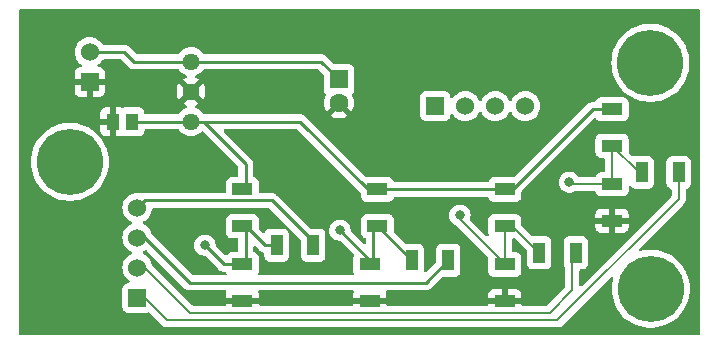
<source format=gbr>
%TF.GenerationSoftware,KiCad,Pcbnew,8.0.0*%
%TF.CreationDate,2024-04-17T17:19:10+02:00*%
%TF.ProjectId,VCU_Bis,5643555f-4269-4732-9e6b-696361645f70,rev?*%
%TF.SameCoordinates,Original*%
%TF.FileFunction,Copper,L1,Top*%
%TF.FilePolarity,Positive*%
%FSLAX46Y46*%
G04 Gerber Fmt 4.6, Leading zero omitted, Abs format (unit mm)*
G04 Created by KiCad (PCBNEW 8.0.0) date 2024-04-17 17:19:10*
%MOMM*%
%LPD*%
G01*
G04 APERTURE LIST*
%TA.AperFunction,SMDPad,CuDef*%
%ADD10R,1.800000X1.050000*%
%TD*%
%TA.AperFunction,ComponentPad*%
%ADD11R,1.530000X1.530000*%
%TD*%
%TA.AperFunction,ComponentPad*%
%ADD12C,1.530000*%
%TD*%
%TA.AperFunction,ComponentPad*%
%ADD13R,1.600000X1.600000*%
%TD*%
%TA.AperFunction,ComponentPad*%
%ADD14C,1.600000*%
%TD*%
%TA.AperFunction,SMDPad,CuDef*%
%ADD15R,1.070000X1.470000*%
%TD*%
%TA.AperFunction,ComponentPad*%
%ADD16C,5.600000*%
%TD*%
%TA.AperFunction,ComponentPad*%
%ADD17C,1.440000*%
%TD*%
%TA.AperFunction,SMDPad,CuDef*%
%ADD18R,1.050000X1.800000*%
%TD*%
%TA.AperFunction,ViaPad*%
%ADD19C,0.800000*%
%TD*%
%TA.AperFunction,Conductor*%
%ADD20C,0.250000*%
%TD*%
%TA.AperFunction,Conductor*%
%ADD21C,0.200000*%
%TD*%
G04 APERTURE END LIST*
D10*
%TO.P,R8,1*%
%TO.N,/Int Pre*%
X148590000Y-66955000D03*
%TO.P,R8,2*%
%TO.N,+5V*%
X148590000Y-63855000D03*
%TD*%
%TO.P,R6,1*%
%TO.N,GND*%
X159385000Y-73305000D03*
%TO.P,R6,2*%
%TO.N,/Int Dis*%
X159385000Y-70205000D03*
%TD*%
D11*
%TO.P,J3,1,1*%
%TO.N,/Int VCU AIR-*%
X139700000Y-73025000D03*
D12*
%TO.P,J3,2,2*%
%TO.N,/Int VCU AIR+*%
X139700000Y-70485000D03*
%TO.P,J3,3,3*%
%TO.N,/Int VCU Dis*%
X139700000Y-67945000D03*
%TO.P,J3,4,4*%
%TO.N,/Int VCU Pre*%
X139700000Y-65405000D03*
%TD*%
D13*
%TO.P,C1,1*%
%TO.N,+12V*%
X156768800Y-54533800D03*
D14*
%TO.P,C1,2*%
%TO.N,GND*%
X156768800Y-56533800D03*
%TD*%
D15*
%TO.P,C2,1*%
%TO.N,+5V*%
X139250000Y-58115200D03*
%TO.P,C2,2*%
%TO.N,GND*%
X137610000Y-58115200D03*
%TD*%
D10*
%TO.P,R2,1*%
%TO.N,/Int AIR+*%
X170815000Y-66955000D03*
%TO.P,R2,2*%
%TO.N,+5V*%
X170815000Y-63855000D03*
%TD*%
%TO.P,R14,1*%
%TO.N,GND*%
X179882800Y-66497200D03*
%TO.P,R14,2*%
%TO.N,/Int AIR-*%
X179882800Y-63397200D03*
%TD*%
D16*
%TO.P,,1*%
%TO.N,N/C*%
X183159400Y-72263000D03*
%TD*%
D10*
%TO.P,R13,1*%
%TO.N,/Int AIR-*%
X179882800Y-60147200D03*
%TO.P,R13,2*%
%TO.N,+5V*%
X179882800Y-57047200D03*
%TD*%
D17*
%TO.P,U1,1,+VIN*%
%TO.N,+12V*%
X144240000Y-53019400D03*
%TO.P,U1,2,GND*%
%TO.N,GND*%
X144240000Y-55559400D03*
%TO.P,U1,3,+VOUT*%
%TO.N,+5V*%
X144240000Y-58099400D03*
%TD*%
D11*
%TO.P,J1,1,1*%
%TO.N,/Int Pre*%
X164922200Y-56794400D03*
D12*
%TO.P,J1,2,2*%
%TO.N,/Int Dis*%
X167462200Y-56794400D03*
%TO.P,J1,3,3*%
%TO.N,/Int AIR+*%
X170002200Y-56794400D03*
%TO.P,J1,4,4*%
%TO.N,/Int AIR-*%
X172542200Y-56794400D03*
%TD*%
D10*
%TO.P,R9,1*%
%TO.N,GND*%
X148590000Y-73305000D03*
%TO.P,R9,2*%
%TO.N,/Int Pre*%
X148590000Y-70205000D03*
%TD*%
D18*
%TO.P,R10,1*%
%TO.N,/Int VCU Pre*%
X154585000Y-68580000D03*
%TO.P,R10,2*%
%TO.N,/Int Pre*%
X151485000Y-68580000D03*
%TD*%
%TO.P,R7,1*%
%TO.N,/Int VCU Dis*%
X166015000Y-69850000D03*
%TO.P,R7,2*%
%TO.N,/Int Dis*%
X162915000Y-69850000D03*
%TD*%
D10*
%TO.P,R3,1*%
%TO.N,GND*%
X170815000Y-73305000D03*
%TO.P,R3,2*%
%TO.N,/Int AIR+*%
X170815000Y-70205000D03*
%TD*%
D16*
%TO.P,,1*%
%TO.N,N/C*%
X133985000Y-61518800D03*
%TD*%
%TO.P,,1*%
%TO.N,N/C*%
X183134000Y-53136800D03*
%TD*%
D18*
%TO.P,R15,1*%
%TO.N,/Int VCU AIR-*%
X185522800Y-62407200D03*
%TO.P,R15,2*%
%TO.N,/Int AIR-*%
X182422800Y-62407200D03*
%TD*%
%TO.P,R4,1*%
%TO.N,/Int VCU AIR+*%
X176810000Y-69215000D03*
%TO.P,R4,2*%
%TO.N,/Int AIR+*%
X173710000Y-69215000D03*
%TD*%
D11*
%TO.P,J4,1,1*%
%TO.N,GND*%
X135661400Y-54762400D03*
D12*
%TO.P,J4,2,2*%
%TO.N,+12V*%
X135661400Y-52222400D03*
%TD*%
D10*
%TO.P,R5,1*%
%TO.N,/Int Dis*%
X160020000Y-66955000D03*
%TO.P,R5,2*%
%TO.N,+5V*%
X160020000Y-63855000D03*
%TD*%
D19*
%TO.N,/Int AIR-*%
X176267653Y-63237653D03*
%TO.N,/Int AIR+*%
X167005000Y-66040000D03*
%TO.N,/Int Dis*%
X156845000Y-67310000D03*
%TO.N,/Int Pre*%
X145415000Y-68580000D03*
%TD*%
D20*
%TO.N,+12V*%
X135661400Y-52222400D02*
X138582400Y-52222400D01*
X144224200Y-53035200D02*
X144240000Y-53019400D01*
X138582400Y-52222400D02*
X139395200Y-53035200D01*
X139395200Y-53035200D02*
X144224200Y-53035200D01*
%TO.N,+5V*%
X144240000Y-58099400D02*
X144224200Y-58115200D01*
X144224200Y-58115200D02*
X139250000Y-58115200D01*
X153494700Y-58115200D02*
X159234500Y-63855000D01*
X159234500Y-63855000D02*
X170815000Y-63855000D01*
X144240000Y-58099400D02*
X144255800Y-58115200D01*
X144255800Y-58115200D02*
X153494700Y-58115200D01*
X179881600Y-57048400D02*
X179882800Y-57047200D01*
X171476000Y-63855000D02*
X178282600Y-57048400D01*
X170815000Y-63855000D02*
X171476000Y-63855000D01*
X178282600Y-57048400D02*
X179881600Y-57048400D01*
D21*
%TO.N,/Int VCU AIR-*%
X185522800Y-64667200D02*
X175260000Y-74930000D01*
X185522800Y-62407200D02*
X185522800Y-64667200D01*
%TO.N,/Int AIR-*%
X176427200Y-63397200D02*
X179882800Y-63397200D01*
X176267653Y-63237653D02*
X176427200Y-63397200D01*
D20*
%TO.N,+12V*%
X155270200Y-53035200D02*
X156768800Y-54533800D01*
X144240000Y-53019400D02*
X144255800Y-53035200D01*
X144255800Y-53035200D02*
X155270200Y-53035200D01*
%TO.N,+5V*%
X148870000Y-61662500D02*
X145306900Y-58099400D01*
X148870000Y-63855000D02*
X148870000Y-61662500D01*
D21*
%TO.N,/Int AIR-*%
X182777800Y-61772200D02*
X182142800Y-62407200D01*
X179882800Y-63397200D02*
X179882800Y-60147200D01*
X182142800Y-62407200D02*
X179882800Y-60147200D01*
%TO.N,/Int AIR+*%
X171450000Y-66955000D02*
X173710000Y-69215000D01*
X167005000Y-66395000D02*
X167005000Y-66040000D01*
X170815000Y-70205000D02*
X167005000Y-66395000D01*
X170815000Y-70205000D02*
X170815000Y-66955000D01*
X170815000Y-66955000D02*
X171450000Y-66955000D01*
D20*
%TO.N,/Int Dis*%
X159665000Y-70130000D02*
X156845000Y-67310000D01*
X159665000Y-70205000D02*
X159665000Y-66955000D01*
X159665000Y-70205000D02*
X159665000Y-70130000D01*
X160020000Y-66955000D02*
X162915000Y-69850000D01*
%TO.N,/Int Pre*%
X150495000Y-68580000D02*
X148870000Y-66955000D01*
X147040000Y-70205000D02*
X145415000Y-68580000D01*
X148870000Y-70205000D02*
X147040000Y-70205000D01*
X148870000Y-66955000D02*
X148870000Y-70205000D01*
X151765000Y-68580000D02*
X150495000Y-68580000D01*
D21*
%TO.N,/Int VCU AIR-*%
X142240000Y-74930000D02*
X140335000Y-73025000D01*
X175260000Y-74930000D02*
X142240000Y-74930000D01*
X140335000Y-73025000D02*
X139700000Y-73025000D01*
X185877800Y-61772200D02*
X185877800Y-62762200D01*
%TO.N,/Int VCU AIR+*%
X174625000Y-74295000D02*
X144145000Y-74295000D01*
X140335000Y-70485000D02*
X139700000Y-70485000D01*
X176530000Y-68860000D02*
X176530000Y-72390000D01*
X144145000Y-74295000D02*
X140335000Y-70485000D01*
X176530000Y-72390000D02*
X174625000Y-74295000D01*
X176810000Y-68580000D02*
X176530000Y-68860000D01*
D20*
%TO.N,/Int VCU Dis*%
X139700000Y-67945000D02*
X140335000Y-67945000D01*
X140335000Y-67945000D02*
X144145000Y-71755000D01*
X164110000Y-71755000D02*
X166015000Y-69850000D01*
X144145000Y-71755000D02*
X164110000Y-71755000D01*
%TO.N,/Int VCU Pre*%
X140335000Y-64770000D02*
X139700000Y-65405000D01*
X154865000Y-68580000D02*
X151055000Y-64770000D01*
X151055000Y-64770000D02*
X140335000Y-64770000D01*
%TD*%
%TA.AperFunction,Conductor*%
%TO.N,GND*%
G36*
X187293439Y-48635285D02*
G01*
X187339194Y-48688089D01*
X187350400Y-48739600D01*
X187350400Y-76076000D01*
X187330715Y-76143039D01*
X187277911Y-76188794D01*
X187226400Y-76200000D01*
X129765600Y-76200000D01*
X129698561Y-76180315D01*
X129652806Y-76127511D01*
X129641600Y-76076000D01*
X129641600Y-61518800D01*
X130679652Y-61518800D01*
X130696484Y-61829258D01*
X130699028Y-61876168D01*
X130699029Y-61876185D01*
X130756926Y-62229339D01*
X130756932Y-62229365D01*
X130852672Y-62574192D01*
X130852674Y-62574199D01*
X130985142Y-62906670D01*
X130985151Y-62906688D01*
X131152784Y-63222877D01*
X131152787Y-63222882D01*
X131152789Y-63222885D01*
X131282830Y-63414682D01*
X131353634Y-63519109D01*
X131353641Y-63519119D01*
X131577897Y-63783133D01*
X131585332Y-63791886D01*
X131845163Y-64038011D01*
X132130081Y-64254600D01*
X132436747Y-64439115D01*
X132436749Y-64439116D01*
X132436751Y-64439117D01*
X132436755Y-64439119D01*
X132568748Y-64500185D01*
X132761565Y-64589391D01*
X133100726Y-64703668D01*
X133450254Y-64780605D01*
X133806052Y-64819300D01*
X133806058Y-64819300D01*
X134163942Y-64819300D01*
X134163948Y-64819300D01*
X134519746Y-64780605D01*
X134869274Y-64703668D01*
X135208435Y-64589391D01*
X135533253Y-64439115D01*
X135839919Y-64254600D01*
X136124837Y-64038011D01*
X136384668Y-63791886D01*
X136616365Y-63519111D01*
X136817211Y-63222885D01*
X136984853Y-62906680D01*
X137117324Y-62574203D01*
X137213071Y-62229352D01*
X137270972Y-61876171D01*
X137290348Y-61518800D01*
X137270972Y-61161429D01*
X137269041Y-61149652D01*
X137213073Y-60808260D01*
X137213072Y-60808259D01*
X137213071Y-60808248D01*
X137117324Y-60463397D01*
X136984853Y-60130920D01*
X136817211Y-59814715D01*
X136616365Y-59518489D01*
X136616361Y-59518484D01*
X136616358Y-59518480D01*
X136384668Y-59245714D01*
X136344586Y-59207746D01*
X136124837Y-58999589D01*
X136124830Y-58999583D01*
X136124827Y-58999581D01*
X136033885Y-58930449D01*
X135839919Y-58783000D01*
X135533253Y-58598485D01*
X135533252Y-58598484D01*
X135533248Y-58598482D01*
X135533244Y-58598480D01*
X135208447Y-58448214D01*
X135208441Y-58448211D01*
X135208435Y-58448209D01*
X135038854Y-58391070D01*
X134962075Y-58365200D01*
X136575000Y-58365200D01*
X136575000Y-58898044D01*
X136581401Y-58957572D01*
X136581403Y-58957579D01*
X136631645Y-59092286D01*
X136631649Y-59092293D01*
X136717809Y-59207387D01*
X136717812Y-59207390D01*
X136832906Y-59293550D01*
X136832913Y-59293554D01*
X136967620Y-59343796D01*
X136967627Y-59343798D01*
X137027155Y-59350199D01*
X137027172Y-59350200D01*
X137360000Y-59350200D01*
X137360000Y-58365200D01*
X136575000Y-58365200D01*
X134962075Y-58365200D01*
X134869273Y-58333931D01*
X134519744Y-58256994D01*
X134163949Y-58218300D01*
X134163948Y-58218300D01*
X133806052Y-58218300D01*
X133806050Y-58218300D01*
X133450255Y-58256994D01*
X133100726Y-58333931D01*
X132844970Y-58420106D01*
X132761565Y-58448209D01*
X132761563Y-58448210D01*
X132761552Y-58448214D01*
X132436755Y-58598480D01*
X132436751Y-58598482D01*
X132208367Y-58735896D01*
X132130081Y-58783000D01*
X132041768Y-58850133D01*
X131845172Y-58999581D01*
X131845163Y-58999589D01*
X131585331Y-59245714D01*
X131353641Y-59518480D01*
X131353634Y-59518490D01*
X131152790Y-59814713D01*
X131152784Y-59814722D01*
X130985151Y-60130911D01*
X130985142Y-60130929D01*
X130852674Y-60463400D01*
X130852672Y-60463407D01*
X130756932Y-60808234D01*
X130756926Y-60808260D01*
X130699029Y-61161414D01*
X130699028Y-61161427D01*
X130699028Y-61161429D01*
X130698764Y-61166291D01*
X130682877Y-61459327D01*
X130679652Y-61518800D01*
X129641600Y-61518800D01*
X129641600Y-57865200D01*
X136575000Y-57865200D01*
X137360000Y-57865200D01*
X137360000Y-56880200D01*
X137027155Y-56880200D01*
X136967627Y-56886601D01*
X136967620Y-56886603D01*
X136832913Y-56936845D01*
X136832906Y-56936849D01*
X136717812Y-57023009D01*
X136717809Y-57023012D01*
X136631649Y-57138106D01*
X136631645Y-57138113D01*
X136581403Y-57272820D01*
X136581401Y-57272827D01*
X136575000Y-57332355D01*
X136575000Y-57865200D01*
X129641600Y-57865200D01*
X129641600Y-52222401D01*
X134391066Y-52222401D01*
X134410364Y-52442985D01*
X134410365Y-52442992D01*
X134467675Y-52656875D01*
X134467679Y-52656886D01*
X134524815Y-52779414D01*
X134561258Y-52857567D01*
X134688268Y-53038955D01*
X134844845Y-53195532D01*
X134953804Y-53271826D01*
X134997427Y-53326402D01*
X135004620Y-53395901D01*
X134973098Y-53458255D01*
X134912868Y-53493669D01*
X134882679Y-53497400D01*
X134848555Y-53497400D01*
X134789027Y-53503801D01*
X134789020Y-53503803D01*
X134654313Y-53554045D01*
X134654306Y-53554049D01*
X134539212Y-53640209D01*
X134539209Y-53640212D01*
X134453049Y-53755306D01*
X134453045Y-53755313D01*
X134402803Y-53890020D01*
X134402801Y-53890027D01*
X134396400Y-53949555D01*
X134396400Y-54512400D01*
X135216840Y-54512400D01*
X135186155Y-54565547D01*
X135151400Y-54695257D01*
X135151400Y-54829543D01*
X135186155Y-54959253D01*
X135216840Y-55012400D01*
X134396400Y-55012400D01*
X134396400Y-55575244D01*
X134402801Y-55634772D01*
X134402803Y-55634779D01*
X134453045Y-55769486D01*
X134453049Y-55769493D01*
X134539209Y-55884587D01*
X134539212Y-55884590D01*
X134654306Y-55970750D01*
X134654313Y-55970754D01*
X134789020Y-56020996D01*
X134789027Y-56020998D01*
X134848555Y-56027399D01*
X134848572Y-56027400D01*
X135411400Y-56027400D01*
X135411400Y-55206960D01*
X135464547Y-55237645D01*
X135594257Y-55272400D01*
X135728543Y-55272400D01*
X135858253Y-55237645D01*
X135911400Y-55206960D01*
X135911400Y-56027400D01*
X136474228Y-56027400D01*
X136474244Y-56027399D01*
X136533772Y-56020998D01*
X136533779Y-56020996D01*
X136668486Y-55970754D01*
X136668493Y-55970750D01*
X136783587Y-55884590D01*
X136783590Y-55884587D01*
X136869750Y-55769493D01*
X136869754Y-55769486D01*
X136919996Y-55634779D01*
X136919998Y-55634772D01*
X136926399Y-55575244D01*
X136926400Y-55575227D01*
X136926400Y-55012400D01*
X136105960Y-55012400D01*
X136136645Y-54959253D01*
X136171400Y-54829543D01*
X136171400Y-54695257D01*
X136136645Y-54565547D01*
X136105960Y-54512400D01*
X136926400Y-54512400D01*
X136926400Y-53949572D01*
X136926399Y-53949555D01*
X136919998Y-53890027D01*
X136919996Y-53890020D01*
X136869754Y-53755313D01*
X136869750Y-53755306D01*
X136783590Y-53640212D01*
X136783587Y-53640209D01*
X136668493Y-53554049D01*
X136668486Y-53554045D01*
X136533779Y-53503803D01*
X136533772Y-53503801D01*
X136474244Y-53497400D01*
X136440121Y-53497400D01*
X136373082Y-53477715D01*
X136327327Y-53424911D01*
X136317383Y-53355753D01*
X136346408Y-53292197D01*
X136368993Y-53271827D01*
X136477955Y-53195532D01*
X136634532Y-53038955D01*
X136731287Y-52900774D01*
X136785863Y-52857151D01*
X136832861Y-52847900D01*
X138271948Y-52847900D01*
X138338987Y-52867585D01*
X138359629Y-52884219D01*
X138906216Y-53430806D01*
X138906245Y-53430837D01*
X138996464Y-53521056D01*
X138996467Y-53521058D01*
X139073390Y-53572456D01*
X139098910Y-53589509D01*
X139098912Y-53589510D01*
X139098915Y-53589512D01*
X139165596Y-53617131D01*
X139165598Y-53617133D01*
X139205840Y-53633801D01*
X139212748Y-53636663D01*
X139273171Y-53648681D01*
X139333593Y-53660700D01*
X139333594Y-53660700D01*
X143134537Y-53660700D01*
X143201576Y-53680385D01*
X143236112Y-53713577D01*
X143301471Y-53806920D01*
X143452478Y-53957927D01*
X143452481Y-53957929D01*
X143627419Y-54080421D01*
X143627421Y-54080422D01*
X143627420Y-54080422D01*
X143691936Y-54110506D01*
X143820970Y-54170676D01*
X143820983Y-54170679D01*
X143826064Y-54172530D01*
X143825390Y-54174378D01*
X143877680Y-54206257D01*
X143908204Y-54269107D01*
X143899903Y-54338482D01*
X143855413Y-54392356D01*
X143825904Y-54405832D01*
X143826236Y-54406742D01*
X143821140Y-54408597D01*
X143627671Y-54498812D01*
X143627669Y-54498813D01*
X143571969Y-54537815D01*
X143571968Y-54537815D01*
X144135085Y-55100931D01*
X144058587Y-55121429D01*
X143951413Y-55183306D01*
X143863906Y-55270813D01*
X143802029Y-55377987D01*
X143781531Y-55454484D01*
X143218415Y-54891368D01*
X143218415Y-54891369D01*
X143179413Y-54947069D01*
X143179412Y-54947071D01*
X143089197Y-55140540D01*
X143089194Y-55140546D01*
X143033945Y-55346737D01*
X143033944Y-55346745D01*
X143015340Y-55559397D01*
X143015340Y-55559402D01*
X143033944Y-55772054D01*
X143033945Y-55772062D01*
X143089194Y-55978253D01*
X143089197Y-55978259D01*
X143179413Y-56171729D01*
X143218415Y-56227430D01*
X143781531Y-55664314D01*
X143802029Y-55740813D01*
X143863906Y-55847987D01*
X143951413Y-55935494D01*
X144058587Y-55997371D01*
X144135084Y-56017868D01*
X143571968Y-56580984D01*
X143627663Y-56619982D01*
X143627669Y-56619986D01*
X143821140Y-56710202D01*
X143826236Y-56712058D01*
X143825542Y-56713963D01*
X143877647Y-56745702D01*
X143908196Y-56808539D01*
X143899922Y-56877918D01*
X143855454Y-56931809D01*
X143825744Y-56945391D01*
X143826064Y-56946270D01*
X143820972Y-56948123D01*
X143820970Y-56948124D01*
X143820968Y-56948125D01*
X143627421Y-57038377D01*
X143452478Y-57160872D01*
X143301472Y-57311878D01*
X143213986Y-57436823D01*
X143159409Y-57480448D01*
X143112411Y-57489700D01*
X140409499Y-57489700D01*
X140342460Y-57470015D01*
X140296705Y-57417211D01*
X140285499Y-57365700D01*
X140285499Y-57332329D01*
X140285498Y-57332323D01*
X140283300Y-57311878D01*
X140279091Y-57272717D01*
X140274076Y-57259272D01*
X140228797Y-57137871D01*
X140228793Y-57137864D01*
X140142547Y-57022655D01*
X140142544Y-57022652D01*
X140027335Y-56936406D01*
X140027328Y-56936402D01*
X139892482Y-56886108D01*
X139892483Y-56886108D01*
X139832883Y-56879701D01*
X139832881Y-56879700D01*
X139832873Y-56879700D01*
X139832864Y-56879700D01*
X138667129Y-56879700D01*
X138667123Y-56879701D01*
X138607515Y-56886109D01*
X138472617Y-56936422D01*
X138402926Y-56941406D01*
X138385952Y-56936422D01*
X138252380Y-56886603D01*
X138252372Y-56886601D01*
X138192844Y-56880200D01*
X137860000Y-56880200D01*
X137860000Y-59350200D01*
X138192828Y-59350200D01*
X138192844Y-59350199D01*
X138252372Y-59343798D01*
X138252376Y-59343797D01*
X138385951Y-59293976D01*
X138455642Y-59288992D01*
X138472619Y-59293976D01*
X138472665Y-59293993D01*
X138472669Y-59293996D01*
X138607517Y-59344291D01*
X138667127Y-59350700D01*
X139832872Y-59350699D01*
X139892483Y-59344291D01*
X140027331Y-59293996D01*
X140142546Y-59207746D01*
X140228796Y-59092531D01*
X140279091Y-58957683D01*
X140285500Y-58898073D01*
X140285500Y-58864700D01*
X140305185Y-58797661D01*
X140357989Y-58751906D01*
X140409500Y-58740700D01*
X143134537Y-58740700D01*
X143201576Y-58760385D01*
X143236112Y-58793577D01*
X143301471Y-58886920D01*
X143452478Y-59037927D01*
X143452481Y-59037929D01*
X143627419Y-59160421D01*
X143627421Y-59160422D01*
X143627420Y-59160422D01*
X143691936Y-59190506D01*
X143820970Y-59250676D01*
X144027253Y-59305949D01*
X144179215Y-59319244D01*
X144239998Y-59324562D01*
X144240000Y-59324562D01*
X144240002Y-59324562D01*
X144293186Y-59319908D01*
X144452747Y-59305949D01*
X144659030Y-59250676D01*
X144852581Y-59160421D01*
X145027519Y-59037929D01*
X145106499Y-58958948D01*
X145167820Y-58925465D01*
X145237512Y-58930449D01*
X145281860Y-58958950D01*
X148208181Y-61885271D01*
X148241666Y-61946594D01*
X148244500Y-61972952D01*
X148244500Y-62705500D01*
X148224815Y-62772539D01*
X148172011Y-62818294D01*
X148120500Y-62829500D01*
X147642129Y-62829500D01*
X147642123Y-62829501D01*
X147582516Y-62835908D01*
X147447671Y-62886202D01*
X147447664Y-62886206D01*
X147332455Y-62972452D01*
X147332452Y-62972455D01*
X147246206Y-63087664D01*
X147246202Y-63087671D01*
X147195908Y-63222517D01*
X147189501Y-63282116D01*
X147189500Y-63282127D01*
X147189500Y-63694056D01*
X147189501Y-64020500D01*
X147169817Y-64087539D01*
X147117013Y-64133294D01*
X147065501Y-64144500D01*
X140402741Y-64144500D01*
X140402721Y-64144499D01*
X140396607Y-64144499D01*
X140273394Y-64144499D01*
X140273392Y-64144499D01*
X140172703Y-64164528D01*
X140172688Y-64164531D01*
X140152558Y-64168535D01*
X140152548Y-64168537D01*
X140152543Y-64168538D01*
X140121686Y-64181320D01*
X140052217Y-64188789D01*
X140042141Y-64186534D01*
X139920596Y-64153966D01*
X139920592Y-64153965D01*
X139920591Y-64153965D01*
X139920590Y-64153964D01*
X139920585Y-64153964D01*
X139700002Y-64134666D01*
X139699998Y-64134666D01*
X139479414Y-64153964D01*
X139479407Y-64153965D01*
X139265524Y-64211275D01*
X139265513Y-64211279D01*
X139064836Y-64304856D01*
X139064834Y-64304857D01*
X138883444Y-64431868D01*
X138726868Y-64588444D01*
X138599857Y-64769834D01*
X138599856Y-64769836D01*
X138506279Y-64970513D01*
X138506275Y-64970524D01*
X138448965Y-65184407D01*
X138448964Y-65184414D01*
X138429666Y-65404998D01*
X138429666Y-65405001D01*
X138448964Y-65625585D01*
X138448965Y-65625592D01*
X138506275Y-65839475D01*
X138506279Y-65839486D01*
X138599780Y-66040000D01*
X138599858Y-66040167D01*
X138726868Y-66221555D01*
X138883445Y-66378132D01*
X139064833Y-66505142D01*
X139109238Y-66525848D01*
X139188091Y-66562618D01*
X139240531Y-66608790D01*
X139259683Y-66675983D01*
X139239467Y-66742865D01*
X139188091Y-66787382D01*
X139064836Y-66844856D01*
X139064834Y-66844857D01*
X138883444Y-66971868D01*
X138726868Y-67128444D01*
X138599857Y-67309834D01*
X138599856Y-67309836D01*
X138506279Y-67510513D01*
X138506275Y-67510524D01*
X138448965Y-67724407D01*
X138448964Y-67724414D01*
X138429666Y-67944998D01*
X138429666Y-67945001D01*
X138448964Y-68165585D01*
X138448965Y-68165592D01*
X138506275Y-68379475D01*
X138506279Y-68379486D01*
X138590291Y-68559650D01*
X138599858Y-68580167D01*
X138726868Y-68761555D01*
X138883445Y-68918132D01*
X139064833Y-69045142D01*
X139104623Y-69063696D01*
X139188091Y-69102618D01*
X139240531Y-69148790D01*
X139259683Y-69215983D01*
X139239467Y-69282865D01*
X139188091Y-69327382D01*
X139064836Y-69384856D01*
X139064834Y-69384857D01*
X138883444Y-69511868D01*
X138726868Y-69668444D01*
X138599857Y-69849834D01*
X138599856Y-69849836D01*
X138506279Y-70050513D01*
X138506275Y-70050524D01*
X138448965Y-70264407D01*
X138448964Y-70264414D01*
X138429666Y-70484998D01*
X138429666Y-70485001D01*
X138448964Y-70705585D01*
X138448965Y-70705592D01*
X138506275Y-70919475D01*
X138506279Y-70919486D01*
X138584647Y-71087547D01*
X138599858Y-71120167D01*
X138726868Y-71301555D01*
X138883445Y-71458132D01*
X138991690Y-71533926D01*
X139035314Y-71588502D01*
X139042508Y-71658000D01*
X139010985Y-71720355D01*
X138950755Y-71755769D01*
X138920569Y-71759500D01*
X138887131Y-71759500D01*
X138887123Y-71759501D01*
X138827516Y-71765908D01*
X138692671Y-71816202D01*
X138692664Y-71816206D01*
X138577455Y-71902452D01*
X138577452Y-71902455D01*
X138491206Y-72017664D01*
X138491202Y-72017671D01*
X138440908Y-72152517D01*
X138434501Y-72212116D01*
X138434500Y-72212135D01*
X138434500Y-73837870D01*
X138434501Y-73837876D01*
X138440908Y-73897483D01*
X138491202Y-74032328D01*
X138491206Y-74032335D01*
X138577452Y-74147544D01*
X138577455Y-74147547D01*
X138692664Y-74233793D01*
X138692671Y-74233797D01*
X138827517Y-74284091D01*
X138827516Y-74284091D01*
X138834444Y-74284835D01*
X138887127Y-74290500D01*
X140512872Y-74290499D01*
X140572483Y-74284091D01*
X140623366Y-74265112D01*
X140693056Y-74260129D01*
X140754379Y-74293614D01*
X141755139Y-75294374D01*
X141755149Y-75294385D01*
X141759479Y-75298715D01*
X141759480Y-75298716D01*
X141871284Y-75410520D01*
X141958095Y-75460639D01*
X141958097Y-75460641D01*
X141996151Y-75482611D01*
X142008215Y-75489577D01*
X142160943Y-75530501D01*
X142160946Y-75530501D01*
X142326653Y-75530501D01*
X142326669Y-75530500D01*
X175173331Y-75530500D01*
X175173347Y-75530501D01*
X175180943Y-75530501D01*
X175339054Y-75530501D01*
X175339057Y-75530501D01*
X175491785Y-75489577D01*
X175541904Y-75460639D01*
X175628716Y-75410520D01*
X175740520Y-75298716D01*
X175740520Y-75298714D01*
X175750728Y-75288507D01*
X175750730Y-75288504D01*
X179768958Y-71270275D01*
X179830279Y-71236792D01*
X179899971Y-71241776D01*
X179955904Y-71283648D01*
X179980321Y-71349112D01*
X179976117Y-71391131D01*
X179931332Y-71552434D01*
X179931326Y-71552460D01*
X179873429Y-71905614D01*
X179873428Y-71905627D01*
X179873428Y-71905629D01*
X179869113Y-71985213D01*
X179855253Y-72240855D01*
X179854052Y-72263000D01*
X179868957Y-72537906D01*
X179873428Y-72620368D01*
X179873429Y-72620385D01*
X179931326Y-72973539D01*
X179931332Y-72973565D01*
X180027072Y-73318392D01*
X180027074Y-73318399D01*
X180159542Y-73650870D01*
X180159551Y-73650888D01*
X180327184Y-73967077D01*
X180327187Y-73967082D01*
X180327189Y-73967085D01*
X180518219Y-74248834D01*
X180528034Y-74263309D01*
X180528041Y-74263319D01*
X180584256Y-74329500D01*
X180759732Y-74536086D01*
X181019563Y-74782211D01*
X181304481Y-74998800D01*
X181611147Y-75183315D01*
X181611149Y-75183316D01*
X181611151Y-75183317D01*
X181611155Y-75183319D01*
X181935952Y-75333585D01*
X181935965Y-75333591D01*
X182275126Y-75447868D01*
X182624654Y-75524805D01*
X182980452Y-75563500D01*
X182980458Y-75563500D01*
X183338342Y-75563500D01*
X183338348Y-75563500D01*
X183694146Y-75524805D01*
X184043674Y-75447868D01*
X184382835Y-75333591D01*
X184707653Y-75183315D01*
X185014319Y-74998800D01*
X185299237Y-74782211D01*
X185559068Y-74536086D01*
X185790765Y-74263311D01*
X185991611Y-73967085D01*
X186159253Y-73650880D01*
X186291724Y-73318403D01*
X186387471Y-72973552D01*
X186408942Y-72842583D01*
X186445370Y-72620385D01*
X186445370Y-72620382D01*
X186445372Y-72620371D01*
X186464748Y-72263000D01*
X186463547Y-72240855D01*
X186460117Y-72177584D01*
X186445372Y-71905629D01*
X186444851Y-71902454D01*
X186387473Y-71552460D01*
X186387472Y-71552459D01*
X186387471Y-71552448D01*
X186313720Y-71286818D01*
X186291727Y-71207607D01*
X186291725Y-71207600D01*
X186286225Y-71193797D01*
X186243891Y-71087546D01*
X186159257Y-70875129D01*
X186159248Y-70875111D01*
X186149502Y-70856729D01*
X185991611Y-70558915D01*
X185790765Y-70262689D01*
X185790761Y-70262684D01*
X185790758Y-70262680D01*
X185559068Y-69989914D01*
X185411186Y-69849833D01*
X185299237Y-69743789D01*
X185299230Y-69743783D01*
X185299227Y-69743781D01*
X185205814Y-69672771D01*
X185014319Y-69527200D01*
X184707653Y-69342685D01*
X184707652Y-69342684D01*
X184707648Y-69342682D01*
X184707644Y-69342680D01*
X184382847Y-69192414D01*
X184382841Y-69192411D01*
X184382835Y-69192409D01*
X184175469Y-69122539D01*
X184043673Y-69078131D01*
X183694144Y-69001194D01*
X183338349Y-68962500D01*
X183338348Y-68962500D01*
X182980452Y-68962500D01*
X182980450Y-68962500D01*
X182624654Y-69001194D01*
X182286788Y-69075564D01*
X182217084Y-69070751D01*
X182161048Y-69029017D01*
X182136470Y-68963613D01*
X182151154Y-68895304D01*
X182172448Y-68866785D01*
X185881306Y-65157928D01*
X185881311Y-65157924D01*
X185891514Y-65147720D01*
X185891516Y-65147720D01*
X186003320Y-65035916D01*
X186066578Y-64926349D01*
X186082377Y-64898985D01*
X186123301Y-64746257D01*
X186123301Y-64588143D01*
X186123301Y-64580548D01*
X186123300Y-64580530D01*
X186123300Y-63899315D01*
X186142985Y-63832276D01*
X186195789Y-63786521D01*
X186203967Y-63783133D01*
X186290128Y-63750997D01*
X186290127Y-63750997D01*
X186290131Y-63750996D01*
X186405346Y-63664746D01*
X186491596Y-63549531D01*
X186541891Y-63414683D01*
X186548300Y-63355073D01*
X186548299Y-61459328D01*
X186541891Y-61399717D01*
X186529395Y-61366214D01*
X186491597Y-61264871D01*
X186491593Y-61264864D01*
X186405347Y-61149655D01*
X186405344Y-61149652D01*
X186290135Y-61063406D01*
X186290128Y-61063402D01*
X186155282Y-61013108D01*
X186155283Y-61013108D01*
X186095683Y-61006701D01*
X186095681Y-61006700D01*
X186095673Y-61006700D01*
X186095664Y-61006700D01*
X184949929Y-61006700D01*
X184949923Y-61006701D01*
X184890316Y-61013108D01*
X184755471Y-61063402D01*
X184755464Y-61063406D01*
X184640255Y-61149652D01*
X184640252Y-61149655D01*
X184554006Y-61264864D01*
X184554002Y-61264871D01*
X184503708Y-61399717D01*
X184497301Y-61459316D01*
X184497301Y-61459323D01*
X184497300Y-61459335D01*
X184497300Y-63355070D01*
X184497301Y-63355076D01*
X184503708Y-63414683D01*
X184554002Y-63549528D01*
X184554006Y-63549535D01*
X184640252Y-63664744D01*
X184640255Y-63664747D01*
X184755464Y-63750993D01*
X184755471Y-63750997D01*
X184841633Y-63783133D01*
X184897566Y-63825004D01*
X184921984Y-63890468D01*
X184922300Y-63899315D01*
X184922300Y-64367103D01*
X184902615Y-64434142D01*
X184885981Y-64454784D01*
X177342181Y-71998584D01*
X177280858Y-72032069D01*
X177211166Y-72027085D01*
X177155233Y-71985213D01*
X177130816Y-71919749D01*
X177130500Y-71910903D01*
X177130500Y-70739499D01*
X177150185Y-70672460D01*
X177202989Y-70626705D01*
X177254500Y-70615499D01*
X177382871Y-70615499D01*
X177382872Y-70615499D01*
X177442483Y-70609091D01*
X177577331Y-70558796D01*
X177692546Y-70472546D01*
X177778796Y-70357331D01*
X177829091Y-70222483D01*
X177835500Y-70162873D01*
X177835499Y-68267128D01*
X177829091Y-68207517D01*
X177820355Y-68184095D01*
X177778797Y-68072671D01*
X177778793Y-68072664D01*
X177692547Y-67957455D01*
X177692544Y-67957452D01*
X177577335Y-67871206D01*
X177577328Y-67871202D01*
X177442482Y-67820908D01*
X177442483Y-67820908D01*
X177382883Y-67814501D01*
X177382881Y-67814500D01*
X177382873Y-67814500D01*
X177382864Y-67814500D01*
X176237129Y-67814500D01*
X176237123Y-67814501D01*
X176177516Y-67820908D01*
X176042671Y-67871202D01*
X176042664Y-67871206D01*
X175927455Y-67957452D01*
X175927452Y-67957455D01*
X175841206Y-68072664D01*
X175841202Y-68072671D01*
X175790908Y-68207517D01*
X175786683Y-68246819D01*
X175784501Y-68267123D01*
X175784500Y-68267135D01*
X175784500Y-70162870D01*
X175784501Y-70162876D01*
X175790908Y-70222483D01*
X175841202Y-70357328D01*
X175841204Y-70357331D01*
X175904766Y-70442239D01*
X175929184Y-70507702D01*
X175929500Y-70516550D01*
X175929500Y-72089903D01*
X175909815Y-72156942D01*
X175893181Y-72177584D01*
X174412584Y-73658181D01*
X174351261Y-73691666D01*
X174324903Y-73694500D01*
X172339000Y-73694500D01*
X172271961Y-73674815D01*
X172226206Y-73622011D01*
X172215000Y-73570500D01*
X172215000Y-73555000D01*
X169415000Y-73555000D01*
X169415000Y-73570500D01*
X169395315Y-73637539D01*
X169342511Y-73683294D01*
X169291000Y-73694500D01*
X160909000Y-73694500D01*
X160841961Y-73674815D01*
X160796206Y-73622011D01*
X160785000Y-73570500D01*
X160785000Y-73555000D01*
X157985000Y-73555000D01*
X157985000Y-73570500D01*
X157965315Y-73637539D01*
X157912511Y-73683294D01*
X157861000Y-73694500D01*
X150114000Y-73694500D01*
X150046961Y-73674815D01*
X150001206Y-73622011D01*
X149990000Y-73570500D01*
X149990000Y-73555000D01*
X147190000Y-73555000D01*
X147190000Y-73570500D01*
X147170315Y-73637539D01*
X147117511Y-73683294D01*
X147066000Y-73694500D01*
X144445098Y-73694500D01*
X144378059Y-73674815D01*
X144357417Y-73658181D01*
X140969913Y-70270678D01*
X140937819Y-70215090D01*
X140923830Y-70162883D01*
X140893723Y-70050520D01*
X140873236Y-70006586D01*
X140841976Y-69939547D01*
X140800142Y-69849833D01*
X140673132Y-69668445D01*
X140516555Y-69511868D01*
X140335167Y-69384858D01*
X140311832Y-69373977D01*
X140211908Y-69327382D01*
X140159468Y-69281210D01*
X140140316Y-69214017D01*
X140160531Y-69147136D01*
X140211908Y-69102618D01*
X140217342Y-69100084D01*
X140335167Y-69045142D01*
X140376617Y-69016117D01*
X140442820Y-68993790D01*
X140510587Y-69010799D01*
X140535421Y-69030011D01*
X143746263Y-72240855D01*
X143746267Y-72240858D01*
X143848710Y-72309309D01*
X143848711Y-72309309D01*
X143848715Y-72309312D01*
X143915396Y-72336931D01*
X143915398Y-72336933D01*
X143962543Y-72356461D01*
X143962548Y-72356463D01*
X143982597Y-72360451D01*
X144016196Y-72367134D01*
X144083392Y-72380501D01*
X144083394Y-72380501D01*
X144212721Y-72380501D01*
X144212741Y-72380500D01*
X147126764Y-72380500D01*
X147193803Y-72400185D01*
X147239558Y-72452989D01*
X147249502Y-72522147D01*
X147242946Y-72547833D01*
X147196403Y-72672620D01*
X147196401Y-72672627D01*
X147190000Y-72732155D01*
X147190000Y-73055000D01*
X149990000Y-73055000D01*
X149990000Y-72732172D01*
X149989999Y-72732155D01*
X149983598Y-72672627D01*
X149983596Y-72672620D01*
X149937054Y-72547833D01*
X149932070Y-72478142D01*
X149965555Y-72416818D01*
X150026878Y-72383334D01*
X150053236Y-72380500D01*
X157921764Y-72380500D01*
X157988803Y-72400185D01*
X158034558Y-72452989D01*
X158044502Y-72522147D01*
X158037946Y-72547833D01*
X157991403Y-72672620D01*
X157991401Y-72672627D01*
X157985000Y-72732155D01*
X157985000Y-73055000D01*
X160785000Y-73055000D01*
X169415000Y-73055000D01*
X170565000Y-73055000D01*
X170565000Y-72280000D01*
X171065000Y-72280000D01*
X171065000Y-73055000D01*
X172215000Y-73055000D01*
X172215000Y-72732172D01*
X172214999Y-72732155D01*
X172208598Y-72672627D01*
X172208596Y-72672620D01*
X172158354Y-72537913D01*
X172158350Y-72537906D01*
X172072190Y-72422812D01*
X172072187Y-72422809D01*
X171957093Y-72336649D01*
X171957086Y-72336645D01*
X171822379Y-72286403D01*
X171822372Y-72286401D01*
X171762844Y-72280000D01*
X171065000Y-72280000D01*
X170565000Y-72280000D01*
X169867155Y-72280000D01*
X169807627Y-72286401D01*
X169807620Y-72286403D01*
X169672913Y-72336645D01*
X169672906Y-72336649D01*
X169557812Y-72422809D01*
X169557809Y-72422812D01*
X169471649Y-72537906D01*
X169471645Y-72537913D01*
X169421403Y-72672620D01*
X169421401Y-72672627D01*
X169415000Y-72732155D01*
X169415000Y-73055000D01*
X160785000Y-73055000D01*
X160785000Y-72732172D01*
X160784999Y-72732155D01*
X160778598Y-72672627D01*
X160778596Y-72672620D01*
X160732054Y-72547833D01*
X160727070Y-72478142D01*
X160760555Y-72416818D01*
X160821878Y-72383334D01*
X160848236Y-72380500D01*
X164171607Y-72380500D01*
X164232029Y-72368481D01*
X164292452Y-72356463D01*
X164292455Y-72356461D01*
X164292458Y-72356461D01*
X164325787Y-72342654D01*
X164325786Y-72342654D01*
X164325792Y-72342652D01*
X164406286Y-72309312D01*
X164475595Y-72263000D01*
X164508733Y-72240858D01*
X164595858Y-72153733D01*
X164595859Y-72153731D01*
X164602925Y-72146665D01*
X164602928Y-72146661D01*
X165462771Y-71286818D01*
X165524094Y-71253333D01*
X165550452Y-71250499D01*
X166587871Y-71250499D01*
X166587872Y-71250499D01*
X166647483Y-71244091D01*
X166782331Y-71193796D01*
X166897546Y-71107546D01*
X166983796Y-70992331D01*
X167034091Y-70857483D01*
X167040500Y-70797873D01*
X167040499Y-68902128D01*
X167034091Y-68842517D01*
X167006393Y-68768256D01*
X166983797Y-68707671D01*
X166983793Y-68707664D01*
X166897547Y-68592455D01*
X166897544Y-68592452D01*
X166782335Y-68506206D01*
X166782328Y-68506202D01*
X166647482Y-68455908D01*
X166647483Y-68455908D01*
X166587883Y-68449501D01*
X166587881Y-68449500D01*
X166587873Y-68449500D01*
X166587864Y-68449500D01*
X165442129Y-68449500D01*
X165442123Y-68449501D01*
X165382516Y-68455908D01*
X165247671Y-68506202D01*
X165247664Y-68506206D01*
X165132455Y-68592452D01*
X165132452Y-68592455D01*
X165046206Y-68707664D01*
X165046202Y-68707671D01*
X164995908Y-68842517D01*
X164989501Y-68902116D01*
X164989501Y-68902123D01*
X164989500Y-68902135D01*
X164989500Y-69939547D01*
X164969815Y-70006586D01*
X164953181Y-70027228D01*
X164152180Y-70828228D01*
X164090857Y-70861713D01*
X164021165Y-70856729D01*
X163965232Y-70814857D01*
X163940815Y-70749393D01*
X163940499Y-70740574D01*
X163940499Y-68902128D01*
X163934091Y-68842517D01*
X163906393Y-68768256D01*
X163883797Y-68707671D01*
X163883793Y-68707664D01*
X163797547Y-68592455D01*
X163797544Y-68592452D01*
X163682335Y-68506206D01*
X163682328Y-68506202D01*
X163547482Y-68455908D01*
X163547483Y-68455908D01*
X163487883Y-68449501D01*
X163487881Y-68449500D01*
X163487873Y-68449500D01*
X163487865Y-68449500D01*
X162450452Y-68449500D01*
X162383413Y-68429815D01*
X162362771Y-68413181D01*
X161456818Y-67507228D01*
X161423333Y-67445905D01*
X161420499Y-67419547D01*
X161420499Y-66382129D01*
X161420498Y-66382123D01*
X161420497Y-66382116D01*
X161414091Y-66322517D01*
X161409176Y-66309340D01*
X161363797Y-66187671D01*
X161363793Y-66187664D01*
X161277547Y-66072455D01*
X161277544Y-66072452D01*
X161234194Y-66040000D01*
X166099540Y-66040000D01*
X166119326Y-66228256D01*
X166119327Y-66228259D01*
X166177818Y-66408277D01*
X166177821Y-66408284D01*
X166272467Y-66572216D01*
X166382091Y-66693965D01*
X166399129Y-66712888D01*
X166552265Y-66824148D01*
X166552266Y-66824148D01*
X166552270Y-66824151D01*
X166586127Y-66839225D01*
X166590120Y-66841003D01*
X166627365Y-66866601D01*
X166643349Y-66882585D01*
X166643355Y-66882590D01*
X169378181Y-69617416D01*
X169411666Y-69678739D01*
X169414500Y-69705097D01*
X169414500Y-70777870D01*
X169414501Y-70777876D01*
X169420908Y-70837483D01*
X169471202Y-70972328D01*
X169471206Y-70972335D01*
X169557452Y-71087544D01*
X169557455Y-71087547D01*
X169672664Y-71173793D01*
X169672671Y-71173797D01*
X169807517Y-71224091D01*
X169807516Y-71224091D01*
X169814444Y-71224835D01*
X169867127Y-71230500D01*
X171762872Y-71230499D01*
X171822483Y-71224091D01*
X171957331Y-71173796D01*
X172072546Y-71087546D01*
X172158796Y-70972331D01*
X172209091Y-70837483D01*
X172215500Y-70777873D01*
X172215499Y-69632128D01*
X172209091Y-69572517D01*
X172192188Y-69527199D01*
X172158797Y-69437671D01*
X172158793Y-69437664D01*
X172072547Y-69322455D01*
X172072544Y-69322452D01*
X171957335Y-69236206D01*
X171957328Y-69236202D01*
X171822482Y-69185908D01*
X171822483Y-69185908D01*
X171762883Y-69179501D01*
X171762881Y-69179500D01*
X171762873Y-69179500D01*
X171762865Y-69179500D01*
X171539500Y-69179500D01*
X171472461Y-69159815D01*
X171426706Y-69107011D01*
X171415500Y-69055500D01*
X171415500Y-68104499D01*
X171435185Y-68037460D01*
X171487989Y-67991705D01*
X171539500Y-67980499D01*
X171574901Y-67980499D01*
X171641940Y-68000184D01*
X171662582Y-68016818D01*
X172648181Y-69002417D01*
X172681666Y-69063740D01*
X172684500Y-69090098D01*
X172684500Y-70162870D01*
X172684501Y-70162876D01*
X172690908Y-70222483D01*
X172741202Y-70357328D01*
X172741206Y-70357335D01*
X172827452Y-70472544D01*
X172827455Y-70472547D01*
X172942664Y-70558793D01*
X172942671Y-70558797D01*
X173077517Y-70609091D01*
X173077516Y-70609091D01*
X173084444Y-70609835D01*
X173137127Y-70615500D01*
X174282872Y-70615499D01*
X174342483Y-70609091D01*
X174477331Y-70558796D01*
X174592546Y-70472546D01*
X174678796Y-70357331D01*
X174729091Y-70222483D01*
X174735500Y-70162873D01*
X174735499Y-68267128D01*
X174729091Y-68207517D01*
X174720355Y-68184095D01*
X174678797Y-68072671D01*
X174678793Y-68072664D01*
X174592547Y-67957455D01*
X174592544Y-67957452D01*
X174477335Y-67871206D01*
X174477328Y-67871202D01*
X174342482Y-67820908D01*
X174342483Y-67820908D01*
X174282883Y-67814501D01*
X174282881Y-67814500D01*
X174282873Y-67814500D01*
X174282865Y-67814500D01*
X173210098Y-67814500D01*
X173143059Y-67794815D01*
X173122417Y-67778181D01*
X172251818Y-66907582D01*
X172218333Y-66846259D01*
X172215499Y-66819901D01*
X172215499Y-66747200D01*
X178482800Y-66747200D01*
X178482800Y-67070044D01*
X178489201Y-67129572D01*
X178489203Y-67129579D01*
X178539445Y-67264286D01*
X178539449Y-67264293D01*
X178625609Y-67379387D01*
X178625612Y-67379390D01*
X178740706Y-67465550D01*
X178740713Y-67465554D01*
X178875420Y-67515796D01*
X178875427Y-67515798D01*
X178934955Y-67522199D01*
X178934972Y-67522200D01*
X179632800Y-67522200D01*
X179632800Y-66747200D01*
X180132800Y-66747200D01*
X180132800Y-67522200D01*
X180830628Y-67522200D01*
X180830644Y-67522199D01*
X180890172Y-67515798D01*
X180890179Y-67515796D01*
X181024886Y-67465554D01*
X181024893Y-67465550D01*
X181139987Y-67379390D01*
X181139990Y-67379387D01*
X181226150Y-67264293D01*
X181226154Y-67264286D01*
X181276396Y-67129579D01*
X181276398Y-67129572D01*
X181282799Y-67070044D01*
X181282800Y-67070027D01*
X181282800Y-66747200D01*
X180132800Y-66747200D01*
X179632800Y-66747200D01*
X178482800Y-66747200D01*
X172215499Y-66747200D01*
X172215499Y-66382129D01*
X172215498Y-66382123D01*
X172215497Y-66382116D01*
X172209091Y-66322517D01*
X172204176Y-66309340D01*
X172181000Y-66247200D01*
X178482800Y-66247200D01*
X179632800Y-66247200D01*
X179632800Y-65472200D01*
X180132800Y-65472200D01*
X180132800Y-66247200D01*
X181282800Y-66247200D01*
X181282800Y-65924372D01*
X181282799Y-65924355D01*
X181276398Y-65864827D01*
X181276396Y-65864820D01*
X181226154Y-65730113D01*
X181226150Y-65730106D01*
X181139990Y-65615012D01*
X181139987Y-65615009D01*
X181024893Y-65528849D01*
X181024886Y-65528845D01*
X180890179Y-65478603D01*
X180890172Y-65478601D01*
X180830644Y-65472200D01*
X180132800Y-65472200D01*
X179632800Y-65472200D01*
X178934955Y-65472200D01*
X178875427Y-65478601D01*
X178875420Y-65478603D01*
X178740713Y-65528845D01*
X178740706Y-65528849D01*
X178625612Y-65615009D01*
X178625609Y-65615012D01*
X178539449Y-65730106D01*
X178539445Y-65730113D01*
X178489203Y-65864820D01*
X178489201Y-65864827D01*
X178482800Y-65924355D01*
X178482800Y-66247200D01*
X172181000Y-66247200D01*
X172158797Y-66187671D01*
X172158793Y-66187664D01*
X172072547Y-66072455D01*
X172072544Y-66072452D01*
X171957335Y-65986206D01*
X171957328Y-65986202D01*
X171822482Y-65935908D01*
X171822483Y-65935908D01*
X171762883Y-65929501D01*
X171762881Y-65929500D01*
X171762873Y-65929500D01*
X171762864Y-65929500D01*
X169867129Y-65929500D01*
X169867123Y-65929501D01*
X169807516Y-65935908D01*
X169672671Y-65986202D01*
X169672664Y-65986206D01*
X169557455Y-66072452D01*
X169557452Y-66072455D01*
X169471206Y-66187664D01*
X169471202Y-66187671D01*
X169420908Y-66322517D01*
X169414501Y-66382116D01*
X169414501Y-66382123D01*
X169414500Y-66382135D01*
X169414500Y-67527870D01*
X169414501Y-67527876D01*
X169420908Y-67587483D01*
X169444293Y-67650180D01*
X169449277Y-67719872D01*
X169415792Y-67781195D01*
X169354468Y-67814679D01*
X169284777Y-67809694D01*
X169240430Y-67781194D01*
X167894576Y-66435341D01*
X167861091Y-66374018D01*
X167864326Y-66309341D01*
X167890674Y-66228256D01*
X167910460Y-66040000D01*
X167890674Y-65851744D01*
X167832179Y-65671716D01*
X167737533Y-65507784D01*
X167610871Y-65367112D01*
X167610870Y-65367111D01*
X167457734Y-65255851D01*
X167457729Y-65255848D01*
X167284807Y-65178857D01*
X167284802Y-65178855D01*
X167138318Y-65147720D01*
X167099646Y-65139500D01*
X166910354Y-65139500D01*
X166877897Y-65146398D01*
X166725197Y-65178855D01*
X166725192Y-65178857D01*
X166552270Y-65255848D01*
X166552265Y-65255851D01*
X166399129Y-65367111D01*
X166272466Y-65507785D01*
X166177821Y-65671715D01*
X166177818Y-65671722D01*
X166123309Y-65839486D01*
X166119326Y-65851744D01*
X166099540Y-66040000D01*
X161234194Y-66040000D01*
X161162335Y-65986206D01*
X161162328Y-65986202D01*
X161027482Y-65935908D01*
X161027483Y-65935908D01*
X160967883Y-65929501D01*
X160967881Y-65929500D01*
X160967873Y-65929500D01*
X160967864Y-65929500D01*
X159072129Y-65929500D01*
X159072123Y-65929501D01*
X159012516Y-65935908D01*
X158877671Y-65986202D01*
X158877664Y-65986206D01*
X158762455Y-66072452D01*
X158762452Y-66072455D01*
X158676206Y-66187664D01*
X158676202Y-66187671D01*
X158625908Y-66322517D01*
X158619501Y-66382116D01*
X158619501Y-66382123D01*
X158619500Y-66382135D01*
X158619500Y-67527870D01*
X158619501Y-67527876D01*
X158625908Y-67587483D01*
X158676202Y-67722328D01*
X158676206Y-67722335D01*
X158762452Y-67837544D01*
X158762455Y-67837547D01*
X158877664Y-67923793D01*
X158877673Y-67923798D01*
X158958832Y-67954068D01*
X159014766Y-67995939D01*
X159039184Y-68061403D01*
X159039500Y-68070250D01*
X159039500Y-68320548D01*
X159019815Y-68387587D01*
X158967011Y-68433342D01*
X158897853Y-68443286D01*
X158834297Y-68414261D01*
X158827819Y-68408229D01*
X157783960Y-67364370D01*
X157750475Y-67303047D01*
X157748323Y-67289671D01*
X157730674Y-67121744D01*
X157672179Y-66941716D01*
X157577533Y-66777784D01*
X157450871Y-66637112D01*
X157450870Y-66637111D01*
X157297734Y-66525851D01*
X157297729Y-66525848D01*
X157124807Y-66448857D01*
X157124802Y-66448855D01*
X156979001Y-66417865D01*
X156939646Y-66409500D01*
X156750354Y-66409500D01*
X156717897Y-66416398D01*
X156565197Y-66448855D01*
X156565192Y-66448857D01*
X156392270Y-66525848D01*
X156392265Y-66525851D01*
X156239129Y-66637111D01*
X156112466Y-66777785D01*
X156017821Y-66941715D01*
X156017818Y-66941722D01*
X155976124Y-67070044D01*
X155959326Y-67121744D01*
X155939540Y-67310000D01*
X155959326Y-67498256D01*
X155959327Y-67498259D01*
X156017818Y-67678277D01*
X156017821Y-67678284D01*
X156112467Y-67842216D01*
X156231206Y-67974089D01*
X156239129Y-67982888D01*
X156392265Y-68094148D01*
X156392270Y-68094151D01*
X156565192Y-68171142D01*
X156565197Y-68171144D01*
X156750354Y-68210500D01*
X156809548Y-68210500D01*
X156876587Y-68230185D01*
X156897229Y-68246819D01*
X157997588Y-69347178D01*
X158031073Y-69408501D01*
X158026089Y-69478191D01*
X157990909Y-69572514D01*
X157990908Y-69572516D01*
X157984501Y-69632116D01*
X157984501Y-69632123D01*
X157984500Y-69632135D01*
X157984500Y-70777870D01*
X157984501Y-70777876D01*
X157990908Y-70837483D01*
X158037413Y-70962167D01*
X158042397Y-71031859D01*
X158008912Y-71093182D01*
X157947589Y-71126666D01*
X157921231Y-71129500D01*
X150053769Y-71129500D01*
X149986730Y-71109815D01*
X149940975Y-71057011D01*
X149931031Y-70987853D01*
X149937587Y-70962167D01*
X149970053Y-70875120D01*
X149984091Y-70837483D01*
X149990500Y-70777873D01*
X149990499Y-69632128D01*
X149984091Y-69572517D01*
X149967188Y-69527199D01*
X149933797Y-69437671D01*
X149933793Y-69437664D01*
X149847547Y-69322455D01*
X149847544Y-69322452D01*
X149732335Y-69236206D01*
X149732328Y-69236202D01*
X149597483Y-69185909D01*
X149590980Y-69184372D01*
X149530266Y-69149796D01*
X149497882Y-69087884D01*
X149495500Y-69063696D01*
X149495500Y-68764452D01*
X149515185Y-68697413D01*
X149567989Y-68651658D01*
X149637147Y-68641714D01*
X149700703Y-68670739D01*
X149707181Y-68676771D01*
X150006016Y-68975606D01*
X150006045Y-68975637D01*
X150096264Y-69065856D01*
X150096267Y-69065858D01*
X150147490Y-69100084D01*
X150198714Y-69134312D01*
X150262504Y-69160734D01*
X150312548Y-69181463D01*
X150359692Y-69190840D01*
X150421602Y-69223223D01*
X150456177Y-69283939D01*
X150459501Y-69312457D01*
X150459501Y-69527876D01*
X150465908Y-69587483D01*
X150516202Y-69722328D01*
X150516206Y-69722335D01*
X150602452Y-69837544D01*
X150602455Y-69837547D01*
X150717664Y-69923793D01*
X150717671Y-69923797D01*
X150852517Y-69974091D01*
X150852516Y-69974091D01*
X150859444Y-69974835D01*
X150912127Y-69980500D01*
X152057872Y-69980499D01*
X152117483Y-69974091D01*
X152252331Y-69923796D01*
X152367546Y-69837546D01*
X152453796Y-69722331D01*
X152504091Y-69587483D01*
X152510500Y-69527873D01*
X152510499Y-67632128D01*
X152504091Y-67572517D01*
X152483007Y-67515989D01*
X152453797Y-67437671D01*
X152453793Y-67437664D01*
X152367547Y-67322455D01*
X152367544Y-67322452D01*
X152252335Y-67236206D01*
X152252328Y-67236202D01*
X152117482Y-67185908D01*
X152117483Y-67185908D01*
X152057883Y-67179501D01*
X152057881Y-67179500D01*
X152057873Y-67179500D01*
X152057864Y-67179500D01*
X150912129Y-67179500D01*
X150912123Y-67179501D01*
X150852516Y-67185908D01*
X150717671Y-67236202D01*
X150717664Y-67236206D01*
X150602455Y-67322452D01*
X150602452Y-67322455D01*
X150516206Y-67437664D01*
X150516202Y-67437672D01*
X150507853Y-67460056D01*
X150465980Y-67515989D01*
X150400515Y-67540404D01*
X150332243Y-67525551D01*
X150303991Y-67504401D01*
X150026818Y-67227228D01*
X149993333Y-67165905D01*
X149990499Y-67139547D01*
X149990499Y-66382129D01*
X149990498Y-66382123D01*
X149990497Y-66382116D01*
X149984091Y-66322517D01*
X149979176Y-66309340D01*
X149933797Y-66187671D01*
X149933793Y-66187664D01*
X149847547Y-66072455D01*
X149847544Y-66072452D01*
X149732335Y-65986206D01*
X149732328Y-65986202D01*
X149597482Y-65935908D01*
X149597483Y-65935908D01*
X149537883Y-65929501D01*
X149537881Y-65929500D01*
X149537873Y-65929500D01*
X149537864Y-65929500D01*
X147642129Y-65929500D01*
X147642123Y-65929501D01*
X147582516Y-65935908D01*
X147447671Y-65986202D01*
X147447664Y-65986206D01*
X147332455Y-66072452D01*
X147332452Y-66072455D01*
X147246206Y-66187664D01*
X147246202Y-66187671D01*
X147195908Y-66322517D01*
X147189501Y-66382116D01*
X147189501Y-66382123D01*
X147189500Y-66382135D01*
X147189500Y-67527870D01*
X147189501Y-67527876D01*
X147195908Y-67587483D01*
X147246202Y-67722328D01*
X147246206Y-67722335D01*
X147332452Y-67837544D01*
X147332455Y-67837547D01*
X147447664Y-67923793D01*
X147447671Y-67923797D01*
X147447674Y-67923798D01*
X147582517Y-67974091D01*
X147642127Y-67980500D01*
X148120500Y-67980499D01*
X148187539Y-68000183D01*
X148233294Y-68052987D01*
X148244500Y-68104499D01*
X148244500Y-69055500D01*
X148224815Y-69122539D01*
X148172011Y-69168294D01*
X148120500Y-69179500D01*
X147642129Y-69179500D01*
X147642123Y-69179501D01*
X147582516Y-69185908D01*
X147447671Y-69236202D01*
X147447664Y-69236206D01*
X147332455Y-69322452D01*
X147293883Y-69373977D01*
X147237948Y-69415848D01*
X147168256Y-69420831D01*
X147106936Y-69387346D01*
X146353960Y-68634370D01*
X146320475Y-68573047D01*
X146318323Y-68559671D01*
X146300674Y-68391744D01*
X146242179Y-68211716D01*
X146147533Y-68047784D01*
X146020871Y-67907112D01*
X146020870Y-67907111D01*
X145867734Y-67795851D01*
X145867729Y-67795848D01*
X145694807Y-67718857D01*
X145694802Y-67718855D01*
X145549001Y-67687865D01*
X145509646Y-67679500D01*
X145320354Y-67679500D01*
X145287897Y-67686398D01*
X145135197Y-67718855D01*
X145135192Y-67718857D01*
X144962270Y-67795848D01*
X144962265Y-67795851D01*
X144809129Y-67907111D01*
X144682466Y-68047785D01*
X144587821Y-68211715D01*
X144587818Y-68211722D01*
X144529327Y-68391740D01*
X144529326Y-68391744D01*
X144509540Y-68580000D01*
X144529326Y-68768256D01*
X144529327Y-68768259D01*
X144587818Y-68948277D01*
X144587821Y-68948284D01*
X144682467Y-69112216D01*
X144809129Y-69252888D01*
X144962265Y-69364148D01*
X144962270Y-69364151D01*
X145135192Y-69441142D01*
X145135197Y-69441144D01*
X145320354Y-69480500D01*
X145379548Y-69480500D01*
X145446587Y-69500185D01*
X145467229Y-69516819D01*
X146551016Y-70600606D01*
X146551045Y-70600637D01*
X146641264Y-70690856D01*
X146641267Y-70690858D01*
X146692490Y-70725084D01*
X146743714Y-70759312D01*
X146824207Y-70792652D01*
X146857548Y-70806463D01*
X146917971Y-70818481D01*
X146978393Y-70830500D01*
X146978394Y-70830500D01*
X147107209Y-70830500D01*
X147174248Y-70850185D01*
X147220003Y-70902989D01*
X147223391Y-70911166D01*
X147242413Y-70962166D01*
X147247397Y-71031858D01*
X147213912Y-71093181D01*
X147152589Y-71126666D01*
X147126231Y-71129500D01*
X144455453Y-71129500D01*
X144388414Y-71109815D01*
X144367772Y-71093181D01*
X140956972Y-67682382D01*
X140924878Y-67626794D01*
X140893725Y-67510527D01*
X140893720Y-67510513D01*
X140851302Y-67419547D01*
X140800142Y-67309833D01*
X140673132Y-67128445D01*
X140516555Y-66971868D01*
X140335167Y-66844858D01*
X140211907Y-66787381D01*
X140159468Y-66741210D01*
X140140316Y-66674017D01*
X140160531Y-66607136D01*
X140211908Y-66562618D01*
X140335167Y-66505142D01*
X140516555Y-66378132D01*
X140673132Y-66221555D01*
X140800142Y-66040167D01*
X140893723Y-65839480D01*
X140951035Y-65625591D01*
X140961262Y-65508692D01*
X140986714Y-65443624D01*
X141043305Y-65402645D01*
X141084790Y-65395500D01*
X150744548Y-65395500D01*
X150811587Y-65415185D01*
X150832229Y-65431819D01*
X153523181Y-68122772D01*
X153556666Y-68184095D01*
X153559500Y-68210453D01*
X153559500Y-69527870D01*
X153559501Y-69527876D01*
X153565908Y-69587483D01*
X153616202Y-69722328D01*
X153616206Y-69722335D01*
X153702452Y-69837544D01*
X153702455Y-69837547D01*
X153817664Y-69923793D01*
X153817671Y-69923797D01*
X153952517Y-69974091D01*
X153952516Y-69974091D01*
X153959444Y-69974835D01*
X154012127Y-69980500D01*
X155157872Y-69980499D01*
X155217483Y-69974091D01*
X155352331Y-69923796D01*
X155467546Y-69837546D01*
X155553796Y-69722331D01*
X155604091Y-69587483D01*
X155610500Y-69527873D01*
X155610499Y-67632128D01*
X155604091Y-67572517D01*
X155583007Y-67515989D01*
X155553797Y-67437671D01*
X155553793Y-67437664D01*
X155467547Y-67322455D01*
X155467544Y-67322452D01*
X155352335Y-67236206D01*
X155352328Y-67236202D01*
X155217482Y-67185908D01*
X155217483Y-67185908D01*
X155157883Y-67179501D01*
X155157881Y-67179500D01*
X155157873Y-67179500D01*
X155157865Y-67179500D01*
X154400453Y-67179500D01*
X154333414Y-67159815D01*
X154312772Y-67143181D01*
X151547928Y-64378338D01*
X151547925Y-64378334D01*
X151547925Y-64378335D01*
X151540858Y-64371268D01*
X151540858Y-64371267D01*
X151453733Y-64284142D01*
X151453732Y-64284141D01*
X151453731Y-64284140D01*
X151402509Y-64249915D01*
X151351287Y-64215689D01*
X151351286Y-64215688D01*
X151351283Y-64215686D01*
X151351280Y-64215685D01*
X151270792Y-64182347D01*
X151237452Y-64168537D01*
X151237444Y-64168535D01*
X151150732Y-64151286D01*
X151150723Y-64151286D01*
X151116607Y-64144500D01*
X151116606Y-64144500D01*
X150114500Y-64144500D01*
X150047461Y-64124815D01*
X150001706Y-64072011D01*
X149990500Y-64020500D01*
X149990499Y-63282129D01*
X149990498Y-63282123D01*
X149990497Y-63282116D01*
X149984091Y-63222517D01*
X149979353Y-63209815D01*
X149933797Y-63087671D01*
X149933793Y-63087664D01*
X149847547Y-62972455D01*
X149847544Y-62972452D01*
X149732335Y-62886206D01*
X149732328Y-62886202D01*
X149597483Y-62835909D01*
X149590980Y-62834372D01*
X149530266Y-62799796D01*
X149497882Y-62737884D01*
X149495500Y-62713696D01*
X149495500Y-61600893D01*
X149495499Y-61600889D01*
X149471464Y-61480055D01*
X149471463Y-61480048D01*
X149424311Y-61366214D01*
X149424310Y-61366213D01*
X149424307Y-61366207D01*
X149355859Y-61263768D01*
X149337278Y-61245187D01*
X149268733Y-61176642D01*
X149268732Y-61176641D01*
X147044470Y-58952380D01*
X147010986Y-58891058D01*
X147015970Y-58821366D01*
X147057842Y-58765433D01*
X147123306Y-58741016D01*
X147132152Y-58740700D01*
X153184248Y-58740700D01*
X153251287Y-58760385D01*
X153271929Y-58777019D01*
X158583181Y-64088271D01*
X158616666Y-64149594D01*
X158619500Y-64175952D01*
X158619500Y-64427869D01*
X158619501Y-64427876D01*
X158625908Y-64487483D01*
X158676202Y-64622328D01*
X158676206Y-64622335D01*
X158762452Y-64737544D01*
X158762455Y-64737547D01*
X158877664Y-64823793D01*
X158877671Y-64823797D01*
X159012517Y-64874091D01*
X159012516Y-64874091D01*
X159019444Y-64874835D01*
X159072127Y-64880500D01*
X160967872Y-64880499D01*
X161027483Y-64874091D01*
X161162331Y-64823796D01*
X161277546Y-64737546D01*
X161363796Y-64622331D01*
X161386609Y-64561167D01*
X161428480Y-64505233D01*
X161493944Y-64480816D01*
X161502791Y-64480500D01*
X169332209Y-64480500D01*
X169399248Y-64500185D01*
X169445003Y-64552989D01*
X169448391Y-64561167D01*
X169471202Y-64622328D01*
X169471206Y-64622335D01*
X169557452Y-64737544D01*
X169557455Y-64737547D01*
X169672664Y-64823793D01*
X169672671Y-64823797D01*
X169807517Y-64874091D01*
X169807516Y-64874091D01*
X169814444Y-64874835D01*
X169867127Y-64880500D01*
X171762872Y-64880499D01*
X171822483Y-64874091D01*
X171957331Y-64823796D01*
X172072546Y-64737546D01*
X172158796Y-64622331D01*
X172209091Y-64487483D01*
X172215500Y-64427873D01*
X172215499Y-64051450D01*
X172235183Y-63984412D01*
X172251813Y-63963775D01*
X172977935Y-63237653D01*
X175362193Y-63237653D01*
X175381979Y-63425909D01*
X175381980Y-63425912D01*
X175440471Y-63605930D01*
X175440474Y-63605937D01*
X175535120Y-63769869D01*
X175584764Y-63825004D01*
X175661782Y-63910541D01*
X175814918Y-64021801D01*
X175814923Y-64021804D01*
X175987845Y-64098795D01*
X175987850Y-64098797D01*
X176173007Y-64138153D01*
X176173008Y-64138153D01*
X176362297Y-64138153D01*
X176362299Y-64138153D01*
X176547456Y-64098797D01*
X176720383Y-64021804D01*
X176720383Y-64021803D01*
X176720385Y-64021803D01*
X176720968Y-64021380D01*
X176721362Y-64021239D01*
X176726012Y-64018555D01*
X176726502Y-64019405D01*
X176786775Y-63997902D01*
X176793850Y-63997700D01*
X178390685Y-63997700D01*
X178457724Y-64017385D01*
X178503479Y-64070189D01*
X178506867Y-64078367D01*
X178539002Y-64164528D01*
X178539006Y-64164535D01*
X178625252Y-64279744D01*
X178625255Y-64279747D01*
X178740464Y-64365993D01*
X178740471Y-64365997D01*
X178875317Y-64416291D01*
X178875316Y-64416291D01*
X178882244Y-64417035D01*
X178934927Y-64422700D01*
X180830672Y-64422699D01*
X180890283Y-64416291D01*
X181025131Y-64365996D01*
X181140346Y-64279746D01*
X181226596Y-64164531D01*
X181276891Y-64029683D01*
X181283300Y-63970073D01*
X181283299Y-63694053D01*
X181302983Y-63627017D01*
X181355787Y-63581262D01*
X181424946Y-63571318D01*
X181488501Y-63600343D01*
X181506565Y-63619744D01*
X181540255Y-63664747D01*
X181655464Y-63750993D01*
X181655471Y-63750997D01*
X181790317Y-63801291D01*
X181790316Y-63801291D01*
X181797244Y-63802035D01*
X181849927Y-63807700D01*
X182995672Y-63807699D01*
X183055283Y-63801291D01*
X183190131Y-63750996D01*
X183305346Y-63664746D01*
X183391596Y-63549531D01*
X183441891Y-63414683D01*
X183448300Y-63355073D01*
X183448299Y-61459328D01*
X183441891Y-61399717D01*
X183429395Y-61366214D01*
X183391597Y-61264871D01*
X183391593Y-61264864D01*
X183305347Y-61149655D01*
X183305344Y-61149652D01*
X183190135Y-61063406D01*
X183190128Y-61063402D01*
X183055282Y-61013108D01*
X183055283Y-61013108D01*
X182995683Y-61006701D01*
X182995681Y-61006700D01*
X182995673Y-61006700D01*
X182995664Y-61006700D01*
X181849929Y-61006700D01*
X181849923Y-61006701D01*
X181790318Y-61013108D01*
X181724866Y-61037520D01*
X181655174Y-61042503D01*
X181593853Y-61009018D01*
X181319618Y-60734783D01*
X181286133Y-60673460D01*
X181283299Y-60647102D01*
X181283299Y-59574329D01*
X181283298Y-59574323D01*
X181283297Y-59574316D01*
X181277297Y-59518490D01*
X181276891Y-59514716D01*
X181226597Y-59379871D01*
X181226593Y-59379864D01*
X181140347Y-59264655D01*
X181140344Y-59264652D01*
X181025135Y-59178406D01*
X181025128Y-59178402D01*
X180890282Y-59128108D01*
X180890283Y-59128108D01*
X180830683Y-59121701D01*
X180830681Y-59121700D01*
X180830673Y-59121700D01*
X180830664Y-59121700D01*
X178934929Y-59121700D01*
X178934923Y-59121701D01*
X178875316Y-59128108D01*
X178740471Y-59178402D01*
X178740464Y-59178406D01*
X178625255Y-59264652D01*
X178625252Y-59264655D01*
X178539006Y-59379864D01*
X178539002Y-59379871D01*
X178488708Y-59514717D01*
X178482301Y-59574316D01*
X178482301Y-59574323D01*
X178482300Y-59574335D01*
X178482300Y-60720070D01*
X178482301Y-60720076D01*
X178488708Y-60779683D01*
X178539002Y-60914528D01*
X178539006Y-60914535D01*
X178625252Y-61029744D01*
X178625255Y-61029747D01*
X178740464Y-61115993D01*
X178740471Y-61115997D01*
X178785418Y-61132761D01*
X178875317Y-61166291D01*
X178934927Y-61172700D01*
X179158300Y-61172699D01*
X179225339Y-61192383D01*
X179271094Y-61245187D01*
X179282300Y-61296699D01*
X179282300Y-62247700D01*
X179262615Y-62314739D01*
X179209811Y-62360494D01*
X179158301Y-62371700D01*
X178934930Y-62371700D01*
X178934923Y-62371701D01*
X178875316Y-62378108D01*
X178740471Y-62428402D01*
X178740464Y-62428406D01*
X178625255Y-62514652D01*
X178625252Y-62514655D01*
X178539006Y-62629864D01*
X178539003Y-62629869D01*
X178506866Y-62716034D01*
X178464994Y-62771967D01*
X178399530Y-62796384D01*
X178390684Y-62796700D01*
X177124468Y-62796700D01*
X177057429Y-62777015D01*
X177017081Y-62734700D01*
X177000186Y-62705437D01*
X176873524Y-62564765D01*
X176873523Y-62564764D01*
X176720387Y-62453504D01*
X176720382Y-62453501D01*
X176547460Y-62376510D01*
X176547455Y-62376508D01*
X176401654Y-62345518D01*
X176362299Y-62337153D01*
X176173007Y-62337153D01*
X176140550Y-62344051D01*
X175987850Y-62376508D01*
X175987845Y-62376510D01*
X175814923Y-62453501D01*
X175814918Y-62453504D01*
X175661782Y-62564764D01*
X175535119Y-62705438D01*
X175440474Y-62869368D01*
X175440471Y-62869375D01*
X175406979Y-62972454D01*
X175381979Y-63049397D01*
X175362193Y-63237653D01*
X172977935Y-63237653D01*
X178378760Y-57836828D01*
X178440081Y-57803345D01*
X178509773Y-57808329D01*
X178565705Y-57850200D01*
X178625252Y-57929744D01*
X178625255Y-57929747D01*
X178740464Y-58015993D01*
X178740471Y-58015997D01*
X178875317Y-58066291D01*
X178875316Y-58066291D01*
X178882244Y-58067035D01*
X178934927Y-58072700D01*
X180830672Y-58072699D01*
X180890283Y-58066291D01*
X181025131Y-58015996D01*
X181140346Y-57929746D01*
X181226596Y-57814531D01*
X181276891Y-57679683D01*
X181283300Y-57620073D01*
X181283299Y-56474328D01*
X181276891Y-56414717D01*
X181256450Y-56359913D01*
X181226597Y-56279871D01*
X181226593Y-56279864D01*
X181140347Y-56164655D01*
X181140344Y-56164652D01*
X181025135Y-56078406D01*
X181025128Y-56078402D01*
X180890282Y-56028108D01*
X180890283Y-56028108D01*
X180830683Y-56021701D01*
X180830681Y-56021700D01*
X180830673Y-56021700D01*
X180830664Y-56021700D01*
X178934929Y-56021700D01*
X178934923Y-56021701D01*
X178875316Y-56028108D01*
X178740471Y-56078402D01*
X178740464Y-56078406D01*
X178625255Y-56164652D01*
X178625252Y-56164655D01*
X178539006Y-56279864D01*
X178539001Y-56279873D01*
X178515744Y-56342232D01*
X178473874Y-56398166D01*
X178408410Y-56422584D01*
X178399562Y-56422900D01*
X178220989Y-56422900D01*
X178160571Y-56434918D01*
X178122859Y-56442419D01*
X178100150Y-56446936D01*
X178100148Y-56446937D01*
X178066807Y-56460747D01*
X177986319Y-56494084D01*
X177986305Y-56494092D01*
X177883872Y-56562538D01*
X177883864Y-56562544D01*
X177796739Y-56649670D01*
X171653227Y-62793181D01*
X171591904Y-62826666D01*
X171565546Y-62829500D01*
X169867129Y-62829500D01*
X169867123Y-62829501D01*
X169807516Y-62835908D01*
X169672671Y-62886202D01*
X169672664Y-62886206D01*
X169557455Y-62972452D01*
X169557452Y-62972455D01*
X169471206Y-63087664D01*
X169471202Y-63087671D01*
X169448391Y-63148833D01*
X169406520Y-63204767D01*
X169341056Y-63229184D01*
X169332209Y-63229500D01*
X161502791Y-63229500D01*
X161435752Y-63209815D01*
X161389997Y-63157011D01*
X161386609Y-63148833D01*
X161363797Y-63087671D01*
X161363793Y-63087664D01*
X161277547Y-62972455D01*
X161277544Y-62972452D01*
X161162335Y-62886206D01*
X161162328Y-62886202D01*
X161027482Y-62835908D01*
X161027483Y-62835908D01*
X160967883Y-62829501D01*
X160967881Y-62829500D01*
X160967873Y-62829500D01*
X160967865Y-62829500D01*
X159144952Y-62829500D01*
X159077913Y-62809815D01*
X159057271Y-62793181D01*
X153984898Y-57720808D01*
X153984878Y-57720786D01*
X153893433Y-57629341D01*
X153842209Y-57595115D01*
X153790986Y-57560888D01*
X153790983Y-57560886D01*
X153790980Y-57560885D01*
X153710492Y-57527547D01*
X153677152Y-57513737D01*
X153677153Y-57513737D01*
X153661353Y-57510594D01*
X153597718Y-57497937D01*
X153577012Y-57493818D01*
X153556308Y-57489700D01*
X153556307Y-57489700D01*
X153556306Y-57489700D01*
X145460151Y-57489700D01*
X145435960Y-57487317D01*
X145408331Y-57481821D01*
X145368508Y-57473900D01*
X145368507Y-57473900D01*
X145356526Y-57473900D01*
X145289487Y-57454215D01*
X145254951Y-57421023D01*
X145178528Y-57311879D01*
X145027521Y-57160872D01*
X144852578Y-57038377D01*
X144852579Y-57038377D01*
X144723547Y-56978209D01*
X144659030Y-56948124D01*
X144659023Y-56948122D01*
X144653936Y-56946270D01*
X144654606Y-56944428D01*
X144602293Y-56912514D01*
X144571789Y-56849655D01*
X144580111Y-56780283D01*
X144624617Y-56726422D01*
X144654097Y-56712974D01*
X144653764Y-56712058D01*
X144658864Y-56710201D01*
X144852325Y-56619989D01*
X144908030Y-56580983D01*
X144344915Y-56017867D01*
X144421413Y-55997371D01*
X144528587Y-55935494D01*
X144616094Y-55847987D01*
X144677971Y-55740813D01*
X144698468Y-55664315D01*
X145261583Y-56227429D01*
X145300589Y-56171725D01*
X145390801Y-55978264D01*
X145390805Y-55978253D01*
X145446054Y-55772062D01*
X145446055Y-55772054D01*
X145464660Y-55559402D01*
X145464660Y-55559397D01*
X145446055Y-55346745D01*
X145446054Y-55346737D01*
X145390805Y-55140546D01*
X145390802Y-55140540D01*
X145300586Y-54947069D01*
X145300582Y-54947063D01*
X145261584Y-54891368D01*
X144698468Y-55454484D01*
X144677971Y-55377987D01*
X144616094Y-55270813D01*
X144528587Y-55183306D01*
X144421413Y-55121429D01*
X144344914Y-55100931D01*
X144908030Y-54537815D01*
X144852329Y-54498813D01*
X144658859Y-54408597D01*
X144653764Y-54406742D01*
X144654455Y-54404843D01*
X144602325Y-54373067D01*
X144571797Y-54310220D01*
X144580093Y-54240844D01*
X144624579Y-54186967D01*
X144654257Y-54173414D01*
X144653936Y-54172530D01*
X144659013Y-54170680D01*
X144659030Y-54170676D01*
X144852581Y-54080421D01*
X145027519Y-53957929D01*
X145178529Y-53806919D01*
X145214669Y-53755306D01*
X145243888Y-53713577D01*
X145298465Y-53669952D01*
X145345463Y-53660700D01*
X154959748Y-53660700D01*
X155026787Y-53680385D01*
X155047429Y-53697019D01*
X155431981Y-54081571D01*
X155465466Y-54142894D01*
X155468300Y-54169252D01*
X155468300Y-55381670D01*
X155468301Y-55381676D01*
X155474708Y-55441283D01*
X155525002Y-55576128D01*
X155525006Y-55576135D01*
X155611252Y-55691344D01*
X155611253Y-55691344D01*
X155611254Y-55691346D01*
X155620345Y-55698151D01*
X155662216Y-55754082D01*
X155667202Y-55823774D01*
X155647613Y-55868536D01*
X155638671Y-55881307D01*
X155638668Y-55881312D01*
X155542534Y-56087473D01*
X155542530Y-56087482D01*
X155483660Y-56307189D01*
X155483658Y-56307200D01*
X155463834Y-56533797D01*
X155463834Y-56533802D01*
X155483658Y-56760399D01*
X155483660Y-56760410D01*
X155542530Y-56980117D01*
X155542535Y-56980131D01*
X155638663Y-57186278D01*
X155689774Y-57259272D01*
X156368800Y-56580246D01*
X156368800Y-56586461D01*
X156396059Y-56688194D01*
X156448720Y-56779406D01*
X156523194Y-56853880D01*
X156614406Y-56906541D01*
X156716139Y-56933800D01*
X156722353Y-56933800D01*
X156043326Y-57612825D01*
X156116313Y-57663932D01*
X156116321Y-57663936D01*
X156322468Y-57760064D01*
X156322482Y-57760069D01*
X156542189Y-57818939D01*
X156542200Y-57818941D01*
X156768798Y-57838766D01*
X156768802Y-57838766D01*
X156995399Y-57818941D01*
X156995410Y-57818939D01*
X157215117Y-57760069D01*
X157215131Y-57760064D01*
X157421278Y-57663936D01*
X157494271Y-57612824D01*
X157488717Y-57607270D01*
X163656700Y-57607270D01*
X163656701Y-57607276D01*
X163663108Y-57666883D01*
X163713402Y-57801728D01*
X163713406Y-57801735D01*
X163799652Y-57916944D01*
X163799655Y-57916947D01*
X163914864Y-58003193D01*
X163914871Y-58003197D01*
X164049717Y-58053491D01*
X164049716Y-58053491D01*
X164056644Y-58054235D01*
X164109327Y-58059900D01*
X165735072Y-58059899D01*
X165794683Y-58053491D01*
X165929531Y-58003196D01*
X166044746Y-57916946D01*
X166130996Y-57801731D01*
X166181291Y-57666883D01*
X166187700Y-57607273D01*
X166187699Y-57573834D01*
X166207382Y-57506798D01*
X166260184Y-57461042D01*
X166329343Y-57451097D01*
X166392899Y-57480120D01*
X166413273Y-57502711D01*
X166489062Y-57610947D01*
X166489068Y-57610955D01*
X166645645Y-57767532D01*
X166827033Y-57894542D01*
X166902525Y-57929744D01*
X167027713Y-57988120D01*
X167027715Y-57988120D01*
X167027720Y-57988123D01*
X167241609Y-58045435D01*
X167399174Y-58059220D01*
X167462198Y-58064734D01*
X167462200Y-58064734D01*
X167462202Y-58064734D01*
X167517476Y-58059898D01*
X167682791Y-58045435D01*
X167896680Y-57988123D01*
X168097367Y-57894542D01*
X168278755Y-57767532D01*
X168435332Y-57610955D01*
X168562342Y-57429567D01*
X168619818Y-57306307D01*
X168665990Y-57253868D01*
X168733183Y-57234716D01*
X168800064Y-57254931D01*
X168844581Y-57306307D01*
X168902058Y-57429567D01*
X169029068Y-57610955D01*
X169185645Y-57767532D01*
X169367033Y-57894542D01*
X169442525Y-57929744D01*
X169567713Y-57988120D01*
X169567715Y-57988120D01*
X169567720Y-57988123D01*
X169781609Y-58045435D01*
X169939174Y-58059220D01*
X170002198Y-58064734D01*
X170002200Y-58064734D01*
X170002202Y-58064734D01*
X170057476Y-58059898D01*
X170222791Y-58045435D01*
X170436680Y-57988123D01*
X170637367Y-57894542D01*
X170818755Y-57767532D01*
X170975332Y-57610955D01*
X171102342Y-57429567D01*
X171159818Y-57306307D01*
X171205990Y-57253868D01*
X171273183Y-57234716D01*
X171340064Y-57254931D01*
X171384581Y-57306307D01*
X171442058Y-57429567D01*
X171569068Y-57610955D01*
X171725645Y-57767532D01*
X171907033Y-57894542D01*
X171982525Y-57929744D01*
X172107713Y-57988120D01*
X172107715Y-57988120D01*
X172107720Y-57988123D01*
X172321609Y-58045435D01*
X172479174Y-58059220D01*
X172542198Y-58064734D01*
X172542200Y-58064734D01*
X172542202Y-58064734D01*
X172597476Y-58059898D01*
X172762791Y-58045435D01*
X172976680Y-57988123D01*
X173177367Y-57894542D01*
X173358755Y-57767532D01*
X173515332Y-57610955D01*
X173642342Y-57429567D01*
X173735923Y-57228880D01*
X173793235Y-57014991D01*
X173812534Y-56794400D01*
X173793235Y-56573809D01*
X173735923Y-56359920D01*
X173723774Y-56333867D01*
X173644870Y-56164655D01*
X173642342Y-56159233D01*
X173515332Y-55977845D01*
X173358755Y-55821268D01*
X173177367Y-55694258D01*
X173171118Y-55691344D01*
X172976686Y-55600679D01*
X172976675Y-55600675D01*
X172762792Y-55543365D01*
X172762785Y-55543364D01*
X172542202Y-55524066D01*
X172542198Y-55524066D01*
X172321614Y-55543364D01*
X172321607Y-55543365D01*
X172107724Y-55600675D01*
X172107713Y-55600679D01*
X171907036Y-55694256D01*
X171907034Y-55694257D01*
X171725644Y-55821268D01*
X171569068Y-55977844D01*
X171442057Y-56159234D01*
X171442056Y-56159236D01*
X171384582Y-56282491D01*
X171338410Y-56334931D01*
X171271217Y-56354083D01*
X171204335Y-56333867D01*
X171159818Y-56282491D01*
X171104870Y-56164655D01*
X171102342Y-56159233D01*
X170975332Y-55977845D01*
X170818755Y-55821268D01*
X170637367Y-55694258D01*
X170631118Y-55691344D01*
X170436686Y-55600679D01*
X170436675Y-55600675D01*
X170222792Y-55543365D01*
X170222785Y-55543364D01*
X170002202Y-55524066D01*
X170002198Y-55524066D01*
X169781614Y-55543364D01*
X169781607Y-55543365D01*
X169567724Y-55600675D01*
X169567713Y-55600679D01*
X169367036Y-55694256D01*
X169367034Y-55694257D01*
X169185644Y-55821268D01*
X169029068Y-55977844D01*
X168902057Y-56159234D01*
X168902056Y-56159236D01*
X168844582Y-56282491D01*
X168798410Y-56334931D01*
X168731217Y-56354083D01*
X168664335Y-56333867D01*
X168619818Y-56282491D01*
X168564870Y-56164655D01*
X168562342Y-56159233D01*
X168435332Y-55977845D01*
X168278755Y-55821268D01*
X168097367Y-55694258D01*
X168091118Y-55691344D01*
X167896686Y-55600679D01*
X167896675Y-55600675D01*
X167682792Y-55543365D01*
X167682785Y-55543364D01*
X167462202Y-55524066D01*
X167462198Y-55524066D01*
X167241614Y-55543364D01*
X167241607Y-55543365D01*
X167027724Y-55600675D01*
X167027713Y-55600679D01*
X166827036Y-55694256D01*
X166827034Y-55694257D01*
X166645644Y-55821268D01*
X166489068Y-55977844D01*
X166441937Y-56045155D01*
X166418656Y-56078404D01*
X166413274Y-56086090D01*
X166358697Y-56129715D01*
X166289198Y-56136907D01*
X166226844Y-56105385D01*
X166191430Y-56045155D01*
X166187699Y-56014966D01*
X166187699Y-55981529D01*
X166187698Y-55981523D01*
X166187697Y-55981516D01*
X166181291Y-55921917D01*
X166166146Y-55881312D01*
X166130997Y-55787071D01*
X166130993Y-55787064D01*
X166044747Y-55671855D01*
X166044744Y-55671852D01*
X165929535Y-55585606D01*
X165929528Y-55585602D01*
X165794682Y-55535308D01*
X165794683Y-55535308D01*
X165735083Y-55528901D01*
X165735081Y-55528900D01*
X165735073Y-55528900D01*
X165735064Y-55528900D01*
X164109329Y-55528900D01*
X164109323Y-55528901D01*
X164049716Y-55535308D01*
X163914871Y-55585602D01*
X163914864Y-55585606D01*
X163799655Y-55671852D01*
X163799652Y-55671855D01*
X163713406Y-55787064D01*
X163713402Y-55787071D01*
X163663108Y-55921917D01*
X163657858Y-55970754D01*
X163656701Y-55981523D01*
X163656700Y-55981535D01*
X163656700Y-57607270D01*
X157488717Y-57607270D01*
X156815247Y-56933800D01*
X156821461Y-56933800D01*
X156923194Y-56906541D01*
X157014406Y-56853880D01*
X157088880Y-56779406D01*
X157141541Y-56688194D01*
X157168800Y-56586461D01*
X157168800Y-56580247D01*
X157847824Y-57259271D01*
X157898936Y-57186278D01*
X157995064Y-56980131D01*
X157995069Y-56980117D01*
X158053939Y-56760410D01*
X158053941Y-56760399D01*
X158073766Y-56533802D01*
X158073766Y-56533797D01*
X158053941Y-56307200D01*
X158053939Y-56307189D01*
X157995069Y-56087482D01*
X157995065Y-56087473D01*
X157898934Y-55881318D01*
X157898930Y-55881312D01*
X157889988Y-55868540D01*
X157867661Y-55802334D01*
X157884673Y-55734567D01*
X157917254Y-55698151D01*
X157926346Y-55691346D01*
X158012596Y-55576131D01*
X158062891Y-55441283D01*
X158069300Y-55381673D01*
X158069299Y-53685928D01*
X158062891Y-53626317D01*
X158059465Y-53617132D01*
X158012597Y-53491471D01*
X158012593Y-53491464D01*
X157926347Y-53376255D01*
X157926344Y-53376252D01*
X157811135Y-53290006D01*
X157811128Y-53290002D01*
X157676282Y-53239708D01*
X157676283Y-53239708D01*
X157616683Y-53233301D01*
X157616681Y-53233300D01*
X157616673Y-53233300D01*
X157616665Y-53233300D01*
X156404253Y-53233300D01*
X156337214Y-53213615D01*
X156316572Y-53196981D01*
X156256391Y-53136800D01*
X179828652Y-53136800D01*
X179844592Y-53430806D01*
X179848028Y-53494168D01*
X179848029Y-53494185D01*
X179905926Y-53847339D01*
X179905932Y-53847365D01*
X180001672Y-54192192D01*
X180001674Y-54192199D01*
X180134142Y-54524670D01*
X180134151Y-54524688D01*
X180301784Y-54840877D01*
X180301787Y-54840882D01*
X180301789Y-54840885D01*
X180492002Y-55121429D01*
X180502634Y-55137109D01*
X180502641Y-55137119D01*
X180710370Y-55381676D01*
X180734332Y-55409886D01*
X180994163Y-55656011D01*
X181279081Y-55872600D01*
X181585747Y-56057115D01*
X181585749Y-56057116D01*
X181585751Y-56057117D01*
X181585755Y-56057119D01*
X181818190Y-56164654D01*
X181910565Y-56207391D01*
X182249726Y-56321668D01*
X182599254Y-56398605D01*
X182955052Y-56437300D01*
X182955058Y-56437300D01*
X183312942Y-56437300D01*
X183312948Y-56437300D01*
X183668746Y-56398605D01*
X184018274Y-56321668D01*
X184357435Y-56207391D01*
X184682253Y-56057115D01*
X184988919Y-55872600D01*
X185273837Y-55656011D01*
X185533668Y-55409886D01*
X185765365Y-55137111D01*
X185966211Y-54840885D01*
X186133853Y-54524680D01*
X186266324Y-54192203D01*
X186362071Y-53847352D01*
X186392671Y-53660700D01*
X186419970Y-53494185D01*
X186419970Y-53494182D01*
X186419972Y-53494171D01*
X186439348Y-53136800D01*
X186419972Y-52779429D01*
X186399880Y-52656875D01*
X186362073Y-52426260D01*
X186362072Y-52426259D01*
X186362071Y-52426248D01*
X186329931Y-52310490D01*
X186266327Y-52081407D01*
X186266325Y-52081400D01*
X186133857Y-51748929D01*
X186133848Y-51748911D01*
X186127290Y-51736542D01*
X185966211Y-51432715D01*
X185765365Y-51136489D01*
X185765361Y-51136484D01*
X185765358Y-51136480D01*
X185533668Y-50863714D01*
X185273837Y-50617589D01*
X185273830Y-50617583D01*
X185273827Y-50617581D01*
X185206245Y-50566207D01*
X184988919Y-50401000D01*
X184682253Y-50216485D01*
X184682252Y-50216484D01*
X184682248Y-50216482D01*
X184682244Y-50216480D01*
X184357447Y-50066214D01*
X184357441Y-50066211D01*
X184357435Y-50066209D01*
X184187854Y-50009070D01*
X184018273Y-49951931D01*
X183668744Y-49874994D01*
X183312949Y-49836300D01*
X183312948Y-49836300D01*
X182955052Y-49836300D01*
X182955050Y-49836300D01*
X182599255Y-49874994D01*
X182249726Y-49951931D01*
X181993970Y-50038106D01*
X181910565Y-50066209D01*
X181910563Y-50066210D01*
X181910552Y-50066214D01*
X181585755Y-50216480D01*
X181585751Y-50216482D01*
X181357367Y-50353896D01*
X181279081Y-50401000D01*
X181190768Y-50468133D01*
X180994172Y-50617581D01*
X180994163Y-50617589D01*
X180734331Y-50863714D01*
X180502641Y-51136480D01*
X180502634Y-51136490D01*
X180301790Y-51432713D01*
X180301784Y-51432722D01*
X180134151Y-51748911D01*
X180134142Y-51748929D01*
X180001674Y-52081400D01*
X180001672Y-52081407D01*
X179905932Y-52426234D01*
X179905926Y-52426260D01*
X179848029Y-52779414D01*
X179848028Y-52779427D01*
X179848028Y-52779429D01*
X179828652Y-53136800D01*
X156256391Y-53136800D01*
X155763128Y-52643538D01*
X155763125Y-52643534D01*
X155763125Y-52643535D01*
X155756058Y-52636468D01*
X155756058Y-52636467D01*
X155668933Y-52549342D01*
X155668932Y-52549341D01*
X155668931Y-52549340D01*
X155617709Y-52515115D01*
X155566486Y-52480888D01*
X155474993Y-52442991D01*
X155474991Y-52442989D01*
X155452656Y-52433738D01*
X155452653Y-52433737D01*
X155436853Y-52430594D01*
X155373218Y-52417937D01*
X155352512Y-52413818D01*
X155331808Y-52409700D01*
X155331807Y-52409700D01*
X155331806Y-52409700D01*
X145367589Y-52409700D01*
X145300550Y-52390015D01*
X145266014Y-52356823D01*
X145178527Y-52231878D01*
X145027521Y-52080872D01*
X144852578Y-51958377D01*
X144852579Y-51958377D01*
X144723547Y-51898209D01*
X144659030Y-51868124D01*
X144659026Y-51868123D01*
X144659022Y-51868121D01*
X144452752Y-51812852D01*
X144452748Y-51812851D01*
X144452747Y-51812851D01*
X144452746Y-51812850D01*
X144452741Y-51812850D01*
X144240002Y-51794238D01*
X144239998Y-51794238D01*
X144027258Y-51812850D01*
X144027247Y-51812852D01*
X143820977Y-51868121D01*
X143820968Y-51868125D01*
X143627421Y-51958377D01*
X143452478Y-52080872D01*
X143301472Y-52231878D01*
X143213986Y-52356823D01*
X143159409Y-52400448D01*
X143112411Y-52409700D01*
X139705652Y-52409700D01*
X139638613Y-52390015D01*
X139617971Y-52373381D01*
X139072598Y-51828008D01*
X139072578Y-51827986D01*
X138981133Y-51736541D01*
X138929909Y-51702315D01*
X138878687Y-51668089D01*
X138878686Y-51668088D01*
X138878683Y-51668086D01*
X138878680Y-51668085D01*
X138798192Y-51634747D01*
X138764853Y-51620937D01*
X138754827Y-51618943D01*
X138704429Y-51608918D01*
X138644010Y-51596900D01*
X138644007Y-51596900D01*
X138644006Y-51596900D01*
X136832861Y-51596900D01*
X136765822Y-51577215D01*
X136731287Y-51544025D01*
X136634532Y-51405845D01*
X136477955Y-51249268D01*
X136296567Y-51122258D01*
X136296563Y-51122256D01*
X136095886Y-51028679D01*
X136095875Y-51028675D01*
X135881992Y-50971365D01*
X135881985Y-50971364D01*
X135661402Y-50952066D01*
X135661398Y-50952066D01*
X135440814Y-50971364D01*
X135440807Y-50971365D01*
X135226924Y-51028675D01*
X135226913Y-51028679D01*
X135026236Y-51122256D01*
X135026234Y-51122257D01*
X134844844Y-51249268D01*
X134688268Y-51405844D01*
X134561257Y-51587234D01*
X134561256Y-51587236D01*
X134467679Y-51787913D01*
X134467675Y-51787924D01*
X134410365Y-52001807D01*
X134410364Y-52001814D01*
X134391066Y-52222398D01*
X134391066Y-52222401D01*
X129641600Y-52222401D01*
X129641600Y-48739600D01*
X129661285Y-48672561D01*
X129714089Y-48626806D01*
X129765600Y-48615600D01*
X187226400Y-48615600D01*
X187293439Y-48635285D01*
G37*
%TD.AperFunction*%
%TD*%
M02*

</source>
